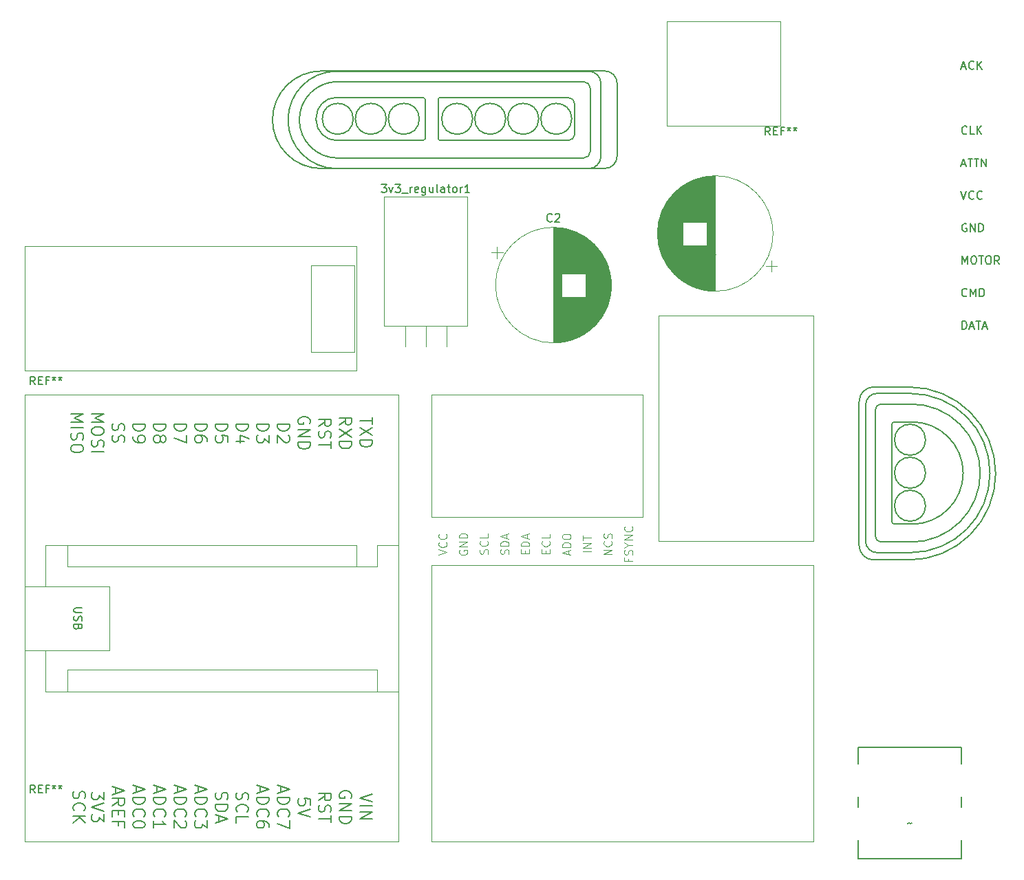
<source format=gbr>
%TF.GenerationSoftware,KiCad,Pcbnew,8.0.3*%
%TF.CreationDate,2024-06-28T16:27:34+02:00*%
%TF.ProjectId,multiradio,6d756c74-6972-4616-9469-6f2e6b696361,rev?*%
%TF.SameCoordinates,Original*%
%TF.FileFunction,Legend,Top*%
%TF.FilePolarity,Positive*%
%FSLAX46Y46*%
G04 Gerber Fmt 4.6, Leading zero omitted, Abs format (unit mm)*
G04 Created by KiCad (PCBNEW 8.0.3) date 2024-06-28 16:27:34*
%MOMM*%
%LPD*%
G01*
G04 APERTURE LIST*
%ADD10C,0.150000*%
%ADD11C,0.100000*%
%ADD12C,0.120000*%
%ADD13C,0.127000*%
%ADD14C,0.203200*%
G04 APERTURE END LIST*
D10*
X190384845Y-132367866D02*
X190432464Y-132320247D01*
X190432464Y-132320247D02*
X190527702Y-132272628D01*
X190527702Y-132272628D02*
X190718178Y-132367866D01*
X190718178Y-132367866D02*
X190813416Y-132320247D01*
X190813416Y-132320247D02*
X190861035Y-132272628D01*
X173418666Y-47562819D02*
X173085333Y-47086628D01*
X172847238Y-47562819D02*
X172847238Y-46562819D01*
X172847238Y-46562819D02*
X173228190Y-46562819D01*
X173228190Y-46562819D02*
X173323428Y-46610438D01*
X173323428Y-46610438D02*
X173371047Y-46658057D01*
X173371047Y-46658057D02*
X173418666Y-46753295D01*
X173418666Y-46753295D02*
X173418666Y-46896152D01*
X173418666Y-46896152D02*
X173371047Y-46991390D01*
X173371047Y-46991390D02*
X173323428Y-47039009D01*
X173323428Y-47039009D02*
X173228190Y-47086628D01*
X173228190Y-47086628D02*
X172847238Y-47086628D01*
X173847238Y-47039009D02*
X174180571Y-47039009D01*
X174323428Y-47562819D02*
X173847238Y-47562819D01*
X173847238Y-47562819D02*
X173847238Y-46562819D01*
X173847238Y-46562819D02*
X174323428Y-46562819D01*
X175085333Y-47039009D02*
X174752000Y-47039009D01*
X174752000Y-47562819D02*
X174752000Y-46562819D01*
X174752000Y-46562819D02*
X175228190Y-46562819D01*
X175752000Y-46562819D02*
X175752000Y-46800914D01*
X175513905Y-46705676D02*
X175752000Y-46800914D01*
X175752000Y-46800914D02*
X175990095Y-46705676D01*
X175609143Y-46991390D02*
X175752000Y-46800914D01*
X175752000Y-46800914D02*
X175894857Y-46991390D01*
X176513905Y-46562819D02*
X176513905Y-46800914D01*
X176275810Y-46705676D02*
X176513905Y-46800914D01*
X176513905Y-46800914D02*
X176752000Y-46705676D01*
X176371048Y-46991390D02*
X176513905Y-46800914D01*
X176513905Y-46800914D02*
X176656762Y-46991390D01*
X197634207Y-67366080D02*
X197586588Y-67413700D01*
X197586588Y-67413700D02*
X197443731Y-67461319D01*
X197443731Y-67461319D02*
X197348493Y-67461319D01*
X197348493Y-67461319D02*
X197205636Y-67413700D01*
X197205636Y-67413700D02*
X197110398Y-67318461D01*
X197110398Y-67318461D02*
X197062779Y-67223223D01*
X197062779Y-67223223D02*
X197015160Y-67032747D01*
X197015160Y-67032747D02*
X197015160Y-66889890D01*
X197015160Y-66889890D02*
X197062779Y-66699414D01*
X197062779Y-66699414D02*
X197110398Y-66604176D01*
X197110398Y-66604176D02*
X197205636Y-66508938D01*
X197205636Y-66508938D02*
X197348493Y-66461319D01*
X197348493Y-66461319D02*
X197443731Y-66461319D01*
X197443731Y-66461319D02*
X197586588Y-66508938D01*
X197586588Y-66508938D02*
X197634207Y-66556557D01*
X198062779Y-67461319D02*
X198062779Y-66461319D01*
X198062779Y-66461319D02*
X198396112Y-67175604D01*
X198396112Y-67175604D02*
X198729445Y-66461319D01*
X198729445Y-66461319D02*
X198729445Y-67461319D01*
X199205636Y-67461319D02*
X199205636Y-66461319D01*
X199205636Y-66461319D02*
X199443731Y-66461319D01*
X199443731Y-66461319D02*
X199586588Y-66508938D01*
X199586588Y-66508938D02*
X199681826Y-66604176D01*
X199681826Y-66604176D02*
X199729445Y-66699414D01*
X199729445Y-66699414D02*
X199777064Y-66889890D01*
X199777064Y-66889890D02*
X199777064Y-67032747D01*
X199777064Y-67032747D02*
X199729445Y-67223223D01*
X199729445Y-67223223D02*
X199681826Y-67318461D01*
X199681826Y-67318461D02*
X199586588Y-67413700D01*
X199586588Y-67413700D02*
X199443731Y-67461319D01*
X199443731Y-67461319D02*
X199205636Y-67461319D01*
X196919922Y-54461319D02*
X197253255Y-55461319D01*
X197253255Y-55461319D02*
X197586588Y-54461319D01*
X198491350Y-55366080D02*
X198443731Y-55413700D01*
X198443731Y-55413700D02*
X198300874Y-55461319D01*
X198300874Y-55461319D02*
X198205636Y-55461319D01*
X198205636Y-55461319D02*
X198062779Y-55413700D01*
X198062779Y-55413700D02*
X197967541Y-55318461D01*
X197967541Y-55318461D02*
X197919922Y-55223223D01*
X197919922Y-55223223D02*
X197872303Y-55032747D01*
X197872303Y-55032747D02*
X197872303Y-54889890D01*
X197872303Y-54889890D02*
X197919922Y-54699414D01*
X197919922Y-54699414D02*
X197967541Y-54604176D01*
X197967541Y-54604176D02*
X198062779Y-54508938D01*
X198062779Y-54508938D02*
X198205636Y-54461319D01*
X198205636Y-54461319D02*
X198300874Y-54461319D01*
X198300874Y-54461319D02*
X198443731Y-54508938D01*
X198443731Y-54508938D02*
X198491350Y-54556557D01*
X199491350Y-55366080D02*
X199443731Y-55413700D01*
X199443731Y-55413700D02*
X199300874Y-55461319D01*
X199300874Y-55461319D02*
X199205636Y-55461319D01*
X199205636Y-55461319D02*
X199062779Y-55413700D01*
X199062779Y-55413700D02*
X198967541Y-55318461D01*
X198967541Y-55318461D02*
X198919922Y-55223223D01*
X198919922Y-55223223D02*
X198872303Y-55032747D01*
X198872303Y-55032747D02*
X198872303Y-54889890D01*
X198872303Y-54889890D02*
X198919922Y-54699414D01*
X198919922Y-54699414D02*
X198967541Y-54604176D01*
X198967541Y-54604176D02*
X199062779Y-54508938D01*
X199062779Y-54508938D02*
X199205636Y-54461319D01*
X199205636Y-54461319D02*
X199300874Y-54461319D01*
X199300874Y-54461319D02*
X199443731Y-54508938D01*
X199443731Y-54508938D02*
X199491350Y-54556557D01*
X197062779Y-71461319D02*
X197062779Y-70461319D01*
X197062779Y-70461319D02*
X197300874Y-70461319D01*
X197300874Y-70461319D02*
X197443731Y-70508938D01*
X197443731Y-70508938D02*
X197538969Y-70604176D01*
X197538969Y-70604176D02*
X197586588Y-70699414D01*
X197586588Y-70699414D02*
X197634207Y-70889890D01*
X197634207Y-70889890D02*
X197634207Y-71032747D01*
X197634207Y-71032747D02*
X197586588Y-71223223D01*
X197586588Y-71223223D02*
X197538969Y-71318461D01*
X197538969Y-71318461D02*
X197443731Y-71413700D01*
X197443731Y-71413700D02*
X197300874Y-71461319D01*
X197300874Y-71461319D02*
X197062779Y-71461319D01*
X198015160Y-71175604D02*
X198491350Y-71175604D01*
X197919922Y-71461319D02*
X198253255Y-70461319D01*
X198253255Y-70461319D02*
X198586588Y-71461319D01*
X198777065Y-70461319D02*
X199348493Y-70461319D01*
X199062779Y-71461319D02*
X199062779Y-70461319D01*
X199634208Y-71175604D02*
X200110398Y-71175604D01*
X199538970Y-71461319D02*
X199872303Y-70461319D01*
X199872303Y-70461319D02*
X200205636Y-71461319D01*
X197015160Y-39175604D02*
X197491350Y-39175604D01*
X196919922Y-39461319D02*
X197253255Y-38461319D01*
X197253255Y-38461319D02*
X197586588Y-39461319D01*
X198491350Y-39366080D02*
X198443731Y-39413700D01*
X198443731Y-39413700D02*
X198300874Y-39461319D01*
X198300874Y-39461319D02*
X198205636Y-39461319D01*
X198205636Y-39461319D02*
X198062779Y-39413700D01*
X198062779Y-39413700D02*
X197967541Y-39318461D01*
X197967541Y-39318461D02*
X197919922Y-39223223D01*
X197919922Y-39223223D02*
X197872303Y-39032747D01*
X197872303Y-39032747D02*
X197872303Y-38889890D01*
X197872303Y-38889890D02*
X197919922Y-38699414D01*
X197919922Y-38699414D02*
X197967541Y-38604176D01*
X197967541Y-38604176D02*
X198062779Y-38508938D01*
X198062779Y-38508938D02*
X198205636Y-38461319D01*
X198205636Y-38461319D02*
X198300874Y-38461319D01*
X198300874Y-38461319D02*
X198443731Y-38508938D01*
X198443731Y-38508938D02*
X198491350Y-38556557D01*
X198919922Y-39461319D02*
X198919922Y-38461319D01*
X199491350Y-39461319D02*
X199062779Y-38889890D01*
X199491350Y-38461319D02*
X198919922Y-39032747D01*
X197015160Y-51175604D02*
X197491350Y-51175604D01*
X196919922Y-51461319D02*
X197253255Y-50461319D01*
X197253255Y-50461319D02*
X197586588Y-51461319D01*
X197777065Y-50461319D02*
X198348493Y-50461319D01*
X198062779Y-51461319D02*
X198062779Y-50461319D01*
X198538970Y-50461319D02*
X199110398Y-50461319D01*
X198824684Y-51461319D02*
X198824684Y-50461319D01*
X199443732Y-51461319D02*
X199443732Y-50461319D01*
X199443732Y-50461319D02*
X200015160Y-51461319D01*
X200015160Y-51461319D02*
X200015160Y-50461319D01*
X197586588Y-58508938D02*
X197491350Y-58461319D01*
X197491350Y-58461319D02*
X197348493Y-58461319D01*
X197348493Y-58461319D02*
X197205636Y-58508938D01*
X197205636Y-58508938D02*
X197110398Y-58604176D01*
X197110398Y-58604176D02*
X197062779Y-58699414D01*
X197062779Y-58699414D02*
X197015160Y-58889890D01*
X197015160Y-58889890D02*
X197015160Y-59032747D01*
X197015160Y-59032747D02*
X197062779Y-59223223D01*
X197062779Y-59223223D02*
X197110398Y-59318461D01*
X197110398Y-59318461D02*
X197205636Y-59413700D01*
X197205636Y-59413700D02*
X197348493Y-59461319D01*
X197348493Y-59461319D02*
X197443731Y-59461319D01*
X197443731Y-59461319D02*
X197586588Y-59413700D01*
X197586588Y-59413700D02*
X197634207Y-59366080D01*
X197634207Y-59366080D02*
X197634207Y-59032747D01*
X197634207Y-59032747D02*
X197443731Y-59032747D01*
X198062779Y-59461319D02*
X198062779Y-58461319D01*
X198062779Y-58461319D02*
X198634207Y-59461319D01*
X198634207Y-59461319D02*
X198634207Y-58461319D01*
X199110398Y-59461319D02*
X199110398Y-58461319D01*
X199110398Y-58461319D02*
X199348493Y-58461319D01*
X199348493Y-58461319D02*
X199491350Y-58508938D01*
X199491350Y-58508938D02*
X199586588Y-58604176D01*
X199586588Y-58604176D02*
X199634207Y-58699414D01*
X199634207Y-58699414D02*
X199681826Y-58889890D01*
X199681826Y-58889890D02*
X199681826Y-59032747D01*
X199681826Y-59032747D02*
X199634207Y-59223223D01*
X199634207Y-59223223D02*
X199586588Y-59318461D01*
X199586588Y-59318461D02*
X199491350Y-59413700D01*
X199491350Y-59413700D02*
X199348493Y-59461319D01*
X199348493Y-59461319D02*
X199110398Y-59461319D01*
X197634207Y-47366080D02*
X197586588Y-47413700D01*
X197586588Y-47413700D02*
X197443731Y-47461319D01*
X197443731Y-47461319D02*
X197348493Y-47461319D01*
X197348493Y-47461319D02*
X197205636Y-47413700D01*
X197205636Y-47413700D02*
X197110398Y-47318461D01*
X197110398Y-47318461D02*
X197062779Y-47223223D01*
X197062779Y-47223223D02*
X197015160Y-47032747D01*
X197015160Y-47032747D02*
X197015160Y-46889890D01*
X197015160Y-46889890D02*
X197062779Y-46699414D01*
X197062779Y-46699414D02*
X197110398Y-46604176D01*
X197110398Y-46604176D02*
X197205636Y-46508938D01*
X197205636Y-46508938D02*
X197348493Y-46461319D01*
X197348493Y-46461319D02*
X197443731Y-46461319D01*
X197443731Y-46461319D02*
X197586588Y-46508938D01*
X197586588Y-46508938D02*
X197634207Y-46556557D01*
X198538969Y-47461319D02*
X198062779Y-47461319D01*
X198062779Y-47461319D02*
X198062779Y-46461319D01*
X198872303Y-47461319D02*
X198872303Y-46461319D01*
X199443731Y-47461319D02*
X199015160Y-46889890D01*
X199443731Y-46461319D02*
X198872303Y-47032747D01*
X197062779Y-63461319D02*
X197062779Y-62461319D01*
X197062779Y-62461319D02*
X197396112Y-63175604D01*
X197396112Y-63175604D02*
X197729445Y-62461319D01*
X197729445Y-62461319D02*
X197729445Y-63461319D01*
X198396112Y-62461319D02*
X198586588Y-62461319D01*
X198586588Y-62461319D02*
X198681826Y-62508938D01*
X198681826Y-62508938D02*
X198777064Y-62604176D01*
X198777064Y-62604176D02*
X198824683Y-62794652D01*
X198824683Y-62794652D02*
X198824683Y-63127985D01*
X198824683Y-63127985D02*
X198777064Y-63318461D01*
X198777064Y-63318461D02*
X198681826Y-63413700D01*
X198681826Y-63413700D02*
X198586588Y-63461319D01*
X198586588Y-63461319D02*
X198396112Y-63461319D01*
X198396112Y-63461319D02*
X198300874Y-63413700D01*
X198300874Y-63413700D02*
X198205636Y-63318461D01*
X198205636Y-63318461D02*
X198158017Y-63127985D01*
X198158017Y-63127985D02*
X198158017Y-62794652D01*
X198158017Y-62794652D02*
X198205636Y-62604176D01*
X198205636Y-62604176D02*
X198300874Y-62508938D01*
X198300874Y-62508938D02*
X198396112Y-62461319D01*
X199110398Y-62461319D02*
X199681826Y-62461319D01*
X199396112Y-63461319D02*
X199396112Y-62461319D01*
X200205636Y-62461319D02*
X200396112Y-62461319D01*
X200396112Y-62461319D02*
X200491350Y-62508938D01*
X200491350Y-62508938D02*
X200586588Y-62604176D01*
X200586588Y-62604176D02*
X200634207Y-62794652D01*
X200634207Y-62794652D02*
X200634207Y-63127985D01*
X200634207Y-63127985D02*
X200586588Y-63318461D01*
X200586588Y-63318461D02*
X200491350Y-63413700D01*
X200491350Y-63413700D02*
X200396112Y-63461319D01*
X200396112Y-63461319D02*
X200205636Y-63461319D01*
X200205636Y-63461319D02*
X200110398Y-63413700D01*
X200110398Y-63413700D02*
X200015160Y-63318461D01*
X200015160Y-63318461D02*
X199967541Y-63127985D01*
X199967541Y-63127985D02*
X199967541Y-62794652D01*
X199967541Y-62794652D02*
X200015160Y-62604176D01*
X200015160Y-62604176D02*
X200110398Y-62508938D01*
X200110398Y-62508938D02*
X200205636Y-62461319D01*
X201634207Y-63461319D02*
X201300874Y-62985128D01*
X201062779Y-63461319D02*
X201062779Y-62461319D01*
X201062779Y-62461319D02*
X201443731Y-62461319D01*
X201443731Y-62461319D02*
X201538969Y-62508938D01*
X201538969Y-62508938D02*
X201586588Y-62556557D01*
X201586588Y-62556557D02*
X201634207Y-62651795D01*
X201634207Y-62651795D02*
X201634207Y-62794652D01*
X201634207Y-62794652D02*
X201586588Y-62889890D01*
X201586588Y-62889890D02*
X201538969Y-62937509D01*
X201538969Y-62937509D02*
X201443731Y-62985128D01*
X201443731Y-62985128D02*
X201062779Y-62985128D01*
X146605333Y-58149580D02*
X146557714Y-58197200D01*
X146557714Y-58197200D02*
X146414857Y-58244819D01*
X146414857Y-58244819D02*
X146319619Y-58244819D01*
X146319619Y-58244819D02*
X146176762Y-58197200D01*
X146176762Y-58197200D02*
X146081524Y-58101961D01*
X146081524Y-58101961D02*
X146033905Y-58006723D01*
X146033905Y-58006723D02*
X145986286Y-57816247D01*
X145986286Y-57816247D02*
X145986286Y-57673390D01*
X145986286Y-57673390D02*
X146033905Y-57482914D01*
X146033905Y-57482914D02*
X146081524Y-57387676D01*
X146081524Y-57387676D02*
X146176762Y-57292438D01*
X146176762Y-57292438D02*
X146319619Y-57244819D01*
X146319619Y-57244819D02*
X146414857Y-57244819D01*
X146414857Y-57244819D02*
X146557714Y-57292438D01*
X146557714Y-57292438D02*
X146605333Y-57340057D01*
X146986286Y-57340057D02*
X147033905Y-57292438D01*
X147033905Y-57292438D02*
X147129143Y-57244819D01*
X147129143Y-57244819D02*
X147367238Y-57244819D01*
X147367238Y-57244819D02*
X147462476Y-57292438D01*
X147462476Y-57292438D02*
X147510095Y-57340057D01*
X147510095Y-57340057D02*
X147557714Y-57435295D01*
X147557714Y-57435295D02*
X147557714Y-57530533D01*
X147557714Y-57530533D02*
X147510095Y-57673390D01*
X147510095Y-57673390D02*
X146938667Y-58244819D01*
X146938667Y-58244819D02*
X147557714Y-58244819D01*
X125611618Y-53636819D02*
X126230665Y-53636819D01*
X126230665Y-53636819D02*
X125897332Y-54017771D01*
X125897332Y-54017771D02*
X126040189Y-54017771D01*
X126040189Y-54017771D02*
X126135427Y-54065390D01*
X126135427Y-54065390D02*
X126183046Y-54113009D01*
X126183046Y-54113009D02*
X126230665Y-54208247D01*
X126230665Y-54208247D02*
X126230665Y-54446342D01*
X126230665Y-54446342D02*
X126183046Y-54541580D01*
X126183046Y-54541580D02*
X126135427Y-54589200D01*
X126135427Y-54589200D02*
X126040189Y-54636819D01*
X126040189Y-54636819D02*
X125754475Y-54636819D01*
X125754475Y-54636819D02*
X125659237Y-54589200D01*
X125659237Y-54589200D02*
X125611618Y-54541580D01*
X126563999Y-53970152D02*
X126802094Y-54636819D01*
X126802094Y-54636819D02*
X127040189Y-53970152D01*
X127325904Y-53636819D02*
X127944951Y-53636819D01*
X127944951Y-53636819D02*
X127611618Y-54017771D01*
X127611618Y-54017771D02*
X127754475Y-54017771D01*
X127754475Y-54017771D02*
X127849713Y-54065390D01*
X127849713Y-54065390D02*
X127897332Y-54113009D01*
X127897332Y-54113009D02*
X127944951Y-54208247D01*
X127944951Y-54208247D02*
X127944951Y-54446342D01*
X127944951Y-54446342D02*
X127897332Y-54541580D01*
X127897332Y-54541580D02*
X127849713Y-54589200D01*
X127849713Y-54589200D02*
X127754475Y-54636819D01*
X127754475Y-54636819D02*
X127468761Y-54636819D01*
X127468761Y-54636819D02*
X127373523Y-54589200D01*
X127373523Y-54589200D02*
X127325904Y-54541580D01*
X128135428Y-54732057D02*
X128897332Y-54732057D01*
X129135428Y-54636819D02*
X129135428Y-53970152D01*
X129135428Y-54160628D02*
X129183047Y-54065390D01*
X129183047Y-54065390D02*
X129230666Y-54017771D01*
X129230666Y-54017771D02*
X129325904Y-53970152D01*
X129325904Y-53970152D02*
X129421142Y-53970152D01*
X130135428Y-54589200D02*
X130040190Y-54636819D01*
X130040190Y-54636819D02*
X129849714Y-54636819D01*
X129849714Y-54636819D02*
X129754476Y-54589200D01*
X129754476Y-54589200D02*
X129706857Y-54493961D01*
X129706857Y-54493961D02*
X129706857Y-54113009D01*
X129706857Y-54113009D02*
X129754476Y-54017771D01*
X129754476Y-54017771D02*
X129849714Y-53970152D01*
X129849714Y-53970152D02*
X130040190Y-53970152D01*
X130040190Y-53970152D02*
X130135428Y-54017771D01*
X130135428Y-54017771D02*
X130183047Y-54113009D01*
X130183047Y-54113009D02*
X130183047Y-54208247D01*
X130183047Y-54208247D02*
X129706857Y-54303485D01*
X131040190Y-53970152D02*
X131040190Y-54779676D01*
X131040190Y-54779676D02*
X130992571Y-54874914D01*
X130992571Y-54874914D02*
X130944952Y-54922533D01*
X130944952Y-54922533D02*
X130849714Y-54970152D01*
X130849714Y-54970152D02*
X130706857Y-54970152D01*
X130706857Y-54970152D02*
X130611619Y-54922533D01*
X131040190Y-54589200D02*
X130944952Y-54636819D01*
X130944952Y-54636819D02*
X130754476Y-54636819D01*
X130754476Y-54636819D02*
X130659238Y-54589200D01*
X130659238Y-54589200D02*
X130611619Y-54541580D01*
X130611619Y-54541580D02*
X130564000Y-54446342D01*
X130564000Y-54446342D02*
X130564000Y-54160628D01*
X130564000Y-54160628D02*
X130611619Y-54065390D01*
X130611619Y-54065390D02*
X130659238Y-54017771D01*
X130659238Y-54017771D02*
X130754476Y-53970152D01*
X130754476Y-53970152D02*
X130944952Y-53970152D01*
X130944952Y-53970152D02*
X131040190Y-54017771D01*
X131944952Y-53970152D02*
X131944952Y-54636819D01*
X131516381Y-53970152D02*
X131516381Y-54493961D01*
X131516381Y-54493961D02*
X131564000Y-54589200D01*
X131564000Y-54589200D02*
X131659238Y-54636819D01*
X131659238Y-54636819D02*
X131802095Y-54636819D01*
X131802095Y-54636819D02*
X131897333Y-54589200D01*
X131897333Y-54589200D02*
X131944952Y-54541580D01*
X132564000Y-54636819D02*
X132468762Y-54589200D01*
X132468762Y-54589200D02*
X132421143Y-54493961D01*
X132421143Y-54493961D02*
X132421143Y-53636819D01*
X133373524Y-54636819D02*
X133373524Y-54113009D01*
X133373524Y-54113009D02*
X133325905Y-54017771D01*
X133325905Y-54017771D02*
X133230667Y-53970152D01*
X133230667Y-53970152D02*
X133040191Y-53970152D01*
X133040191Y-53970152D02*
X132944953Y-54017771D01*
X133373524Y-54589200D02*
X133278286Y-54636819D01*
X133278286Y-54636819D02*
X133040191Y-54636819D01*
X133040191Y-54636819D02*
X132944953Y-54589200D01*
X132944953Y-54589200D02*
X132897334Y-54493961D01*
X132897334Y-54493961D02*
X132897334Y-54398723D01*
X132897334Y-54398723D02*
X132944953Y-54303485D01*
X132944953Y-54303485D02*
X133040191Y-54255866D01*
X133040191Y-54255866D02*
X133278286Y-54255866D01*
X133278286Y-54255866D02*
X133373524Y-54208247D01*
X133706858Y-53970152D02*
X134087810Y-53970152D01*
X133849715Y-53636819D02*
X133849715Y-54493961D01*
X133849715Y-54493961D02*
X133897334Y-54589200D01*
X133897334Y-54589200D02*
X133992572Y-54636819D01*
X133992572Y-54636819D02*
X134087810Y-54636819D01*
X134564001Y-54636819D02*
X134468763Y-54589200D01*
X134468763Y-54589200D02*
X134421144Y-54541580D01*
X134421144Y-54541580D02*
X134373525Y-54446342D01*
X134373525Y-54446342D02*
X134373525Y-54160628D01*
X134373525Y-54160628D02*
X134421144Y-54065390D01*
X134421144Y-54065390D02*
X134468763Y-54017771D01*
X134468763Y-54017771D02*
X134564001Y-53970152D01*
X134564001Y-53970152D02*
X134706858Y-53970152D01*
X134706858Y-53970152D02*
X134802096Y-54017771D01*
X134802096Y-54017771D02*
X134849715Y-54065390D01*
X134849715Y-54065390D02*
X134897334Y-54160628D01*
X134897334Y-54160628D02*
X134897334Y-54446342D01*
X134897334Y-54446342D02*
X134849715Y-54541580D01*
X134849715Y-54541580D02*
X134802096Y-54589200D01*
X134802096Y-54589200D02*
X134706858Y-54636819D01*
X134706858Y-54636819D02*
X134564001Y-54636819D01*
X135325906Y-54636819D02*
X135325906Y-53970152D01*
X135325906Y-54160628D02*
X135373525Y-54065390D01*
X135373525Y-54065390D02*
X135421144Y-54017771D01*
X135421144Y-54017771D02*
X135516382Y-53970152D01*
X135516382Y-53970152D02*
X135611620Y-53970152D01*
X136468763Y-54636819D02*
X135897335Y-54636819D01*
X136183049Y-54636819D02*
X136183049Y-53636819D01*
X136183049Y-53636819D02*
X136087811Y-53779676D01*
X136087811Y-53779676D02*
X135992573Y-53874914D01*
X135992573Y-53874914D02*
X135897335Y-53922533D01*
D11*
X153961419Y-99207115D02*
X152961419Y-99207115D01*
X152961419Y-99207115D02*
X153961419Y-98635687D01*
X153961419Y-98635687D02*
X152961419Y-98635687D01*
X153866180Y-97588068D02*
X153913800Y-97635687D01*
X153913800Y-97635687D02*
X153961419Y-97778544D01*
X153961419Y-97778544D02*
X153961419Y-97873782D01*
X153961419Y-97873782D02*
X153913800Y-98016639D01*
X153913800Y-98016639D02*
X153818561Y-98111877D01*
X153818561Y-98111877D02*
X153723323Y-98159496D01*
X153723323Y-98159496D02*
X153532847Y-98207115D01*
X153532847Y-98207115D02*
X153389990Y-98207115D01*
X153389990Y-98207115D02*
X153199514Y-98159496D01*
X153199514Y-98159496D02*
X153104276Y-98111877D01*
X153104276Y-98111877D02*
X153009038Y-98016639D01*
X153009038Y-98016639D02*
X152961419Y-97873782D01*
X152961419Y-97873782D02*
X152961419Y-97778544D01*
X152961419Y-97778544D02*
X153009038Y-97635687D01*
X153009038Y-97635687D02*
X153056657Y-97588068D01*
X153913800Y-97207115D02*
X153961419Y-97064258D01*
X153961419Y-97064258D02*
X153961419Y-96826163D01*
X153961419Y-96826163D02*
X153913800Y-96730925D01*
X153913800Y-96730925D02*
X153866180Y-96683306D01*
X153866180Y-96683306D02*
X153770942Y-96635687D01*
X153770942Y-96635687D02*
X153675704Y-96635687D01*
X153675704Y-96635687D02*
X153580466Y-96683306D01*
X153580466Y-96683306D02*
X153532847Y-96730925D01*
X153532847Y-96730925D02*
X153485228Y-96826163D01*
X153485228Y-96826163D02*
X153437609Y-97016639D01*
X153437609Y-97016639D02*
X153389990Y-97111877D01*
X153389990Y-97111877D02*
X153342371Y-97159496D01*
X153342371Y-97159496D02*
X153247133Y-97207115D01*
X153247133Y-97207115D02*
X153151895Y-97207115D01*
X153151895Y-97207115D02*
X153056657Y-97159496D01*
X153056657Y-97159496D02*
X153009038Y-97111877D01*
X153009038Y-97111877D02*
X152961419Y-97016639D01*
X152961419Y-97016639D02*
X152961419Y-96778544D01*
X152961419Y-96778544D02*
X153009038Y-96635687D01*
X145817609Y-99064258D02*
X145817609Y-98730925D01*
X146341419Y-98588068D02*
X146341419Y-99064258D01*
X146341419Y-99064258D02*
X145341419Y-99064258D01*
X145341419Y-99064258D02*
X145341419Y-98588068D01*
X146246180Y-97588068D02*
X146293800Y-97635687D01*
X146293800Y-97635687D02*
X146341419Y-97778544D01*
X146341419Y-97778544D02*
X146341419Y-97873782D01*
X146341419Y-97873782D02*
X146293800Y-98016639D01*
X146293800Y-98016639D02*
X146198561Y-98111877D01*
X146198561Y-98111877D02*
X146103323Y-98159496D01*
X146103323Y-98159496D02*
X145912847Y-98207115D01*
X145912847Y-98207115D02*
X145769990Y-98207115D01*
X145769990Y-98207115D02*
X145579514Y-98159496D01*
X145579514Y-98159496D02*
X145484276Y-98111877D01*
X145484276Y-98111877D02*
X145389038Y-98016639D01*
X145389038Y-98016639D02*
X145341419Y-97873782D01*
X145341419Y-97873782D02*
X145341419Y-97778544D01*
X145341419Y-97778544D02*
X145389038Y-97635687D01*
X145389038Y-97635687D02*
X145436657Y-97588068D01*
X146341419Y-96683306D02*
X146341419Y-97159496D01*
X146341419Y-97159496D02*
X145341419Y-97159496D01*
X135229038Y-98707115D02*
X135181419Y-98802353D01*
X135181419Y-98802353D02*
X135181419Y-98945210D01*
X135181419Y-98945210D02*
X135229038Y-99088067D01*
X135229038Y-99088067D02*
X135324276Y-99183305D01*
X135324276Y-99183305D02*
X135419514Y-99230924D01*
X135419514Y-99230924D02*
X135609990Y-99278543D01*
X135609990Y-99278543D02*
X135752847Y-99278543D01*
X135752847Y-99278543D02*
X135943323Y-99230924D01*
X135943323Y-99230924D02*
X136038561Y-99183305D01*
X136038561Y-99183305D02*
X136133800Y-99088067D01*
X136133800Y-99088067D02*
X136181419Y-98945210D01*
X136181419Y-98945210D02*
X136181419Y-98849972D01*
X136181419Y-98849972D02*
X136133800Y-98707115D01*
X136133800Y-98707115D02*
X136086180Y-98659496D01*
X136086180Y-98659496D02*
X135752847Y-98659496D01*
X135752847Y-98659496D02*
X135752847Y-98849972D01*
X136181419Y-98230924D02*
X135181419Y-98230924D01*
X135181419Y-98230924D02*
X136181419Y-97659496D01*
X136181419Y-97659496D02*
X135181419Y-97659496D01*
X136181419Y-97183305D02*
X135181419Y-97183305D01*
X135181419Y-97183305D02*
X135181419Y-96945210D01*
X135181419Y-96945210D02*
X135229038Y-96802353D01*
X135229038Y-96802353D02*
X135324276Y-96707115D01*
X135324276Y-96707115D02*
X135419514Y-96659496D01*
X135419514Y-96659496D02*
X135609990Y-96611877D01*
X135609990Y-96611877D02*
X135752847Y-96611877D01*
X135752847Y-96611877D02*
X135943323Y-96659496D01*
X135943323Y-96659496D02*
X136038561Y-96707115D01*
X136038561Y-96707115D02*
X136133800Y-96802353D01*
X136133800Y-96802353D02*
X136181419Y-96945210D01*
X136181419Y-96945210D02*
X136181419Y-97183305D01*
X151421419Y-98849972D02*
X150421419Y-98849972D01*
X151421419Y-98373782D02*
X150421419Y-98373782D01*
X150421419Y-98373782D02*
X151421419Y-97802354D01*
X151421419Y-97802354D02*
X150421419Y-97802354D01*
X150421419Y-97469020D02*
X150421419Y-96897592D01*
X151421419Y-97183306D02*
X150421419Y-97183306D01*
X138673800Y-99135686D02*
X138721419Y-98992829D01*
X138721419Y-98992829D02*
X138721419Y-98754734D01*
X138721419Y-98754734D02*
X138673800Y-98659496D01*
X138673800Y-98659496D02*
X138626180Y-98611877D01*
X138626180Y-98611877D02*
X138530942Y-98564258D01*
X138530942Y-98564258D02*
X138435704Y-98564258D01*
X138435704Y-98564258D02*
X138340466Y-98611877D01*
X138340466Y-98611877D02*
X138292847Y-98659496D01*
X138292847Y-98659496D02*
X138245228Y-98754734D01*
X138245228Y-98754734D02*
X138197609Y-98945210D01*
X138197609Y-98945210D02*
X138149990Y-99040448D01*
X138149990Y-99040448D02*
X138102371Y-99088067D01*
X138102371Y-99088067D02*
X138007133Y-99135686D01*
X138007133Y-99135686D02*
X137911895Y-99135686D01*
X137911895Y-99135686D02*
X137816657Y-99088067D01*
X137816657Y-99088067D02*
X137769038Y-99040448D01*
X137769038Y-99040448D02*
X137721419Y-98945210D01*
X137721419Y-98945210D02*
X137721419Y-98707115D01*
X137721419Y-98707115D02*
X137769038Y-98564258D01*
X138626180Y-97564258D02*
X138673800Y-97611877D01*
X138673800Y-97611877D02*
X138721419Y-97754734D01*
X138721419Y-97754734D02*
X138721419Y-97849972D01*
X138721419Y-97849972D02*
X138673800Y-97992829D01*
X138673800Y-97992829D02*
X138578561Y-98088067D01*
X138578561Y-98088067D02*
X138483323Y-98135686D01*
X138483323Y-98135686D02*
X138292847Y-98183305D01*
X138292847Y-98183305D02*
X138149990Y-98183305D01*
X138149990Y-98183305D02*
X137959514Y-98135686D01*
X137959514Y-98135686D02*
X137864276Y-98088067D01*
X137864276Y-98088067D02*
X137769038Y-97992829D01*
X137769038Y-97992829D02*
X137721419Y-97849972D01*
X137721419Y-97849972D02*
X137721419Y-97754734D01*
X137721419Y-97754734D02*
X137769038Y-97611877D01*
X137769038Y-97611877D02*
X137816657Y-97564258D01*
X138721419Y-96659496D02*
X138721419Y-97135686D01*
X138721419Y-97135686D02*
X137721419Y-97135686D01*
X148595704Y-99207115D02*
X148595704Y-98730925D01*
X148881419Y-99302353D02*
X147881419Y-98969020D01*
X147881419Y-98969020D02*
X148881419Y-98635687D01*
X148881419Y-98302353D02*
X147881419Y-98302353D01*
X147881419Y-98302353D02*
X147881419Y-98064258D01*
X147881419Y-98064258D02*
X147929038Y-97921401D01*
X147929038Y-97921401D02*
X148024276Y-97826163D01*
X148024276Y-97826163D02*
X148119514Y-97778544D01*
X148119514Y-97778544D02*
X148309990Y-97730925D01*
X148309990Y-97730925D02*
X148452847Y-97730925D01*
X148452847Y-97730925D02*
X148643323Y-97778544D01*
X148643323Y-97778544D02*
X148738561Y-97826163D01*
X148738561Y-97826163D02*
X148833800Y-97921401D01*
X148833800Y-97921401D02*
X148881419Y-98064258D01*
X148881419Y-98064258D02*
X148881419Y-98302353D01*
X147881419Y-97111877D02*
X147881419Y-96921401D01*
X147881419Y-96921401D02*
X147929038Y-96826163D01*
X147929038Y-96826163D02*
X148024276Y-96730925D01*
X148024276Y-96730925D02*
X148214752Y-96683306D01*
X148214752Y-96683306D02*
X148548085Y-96683306D01*
X148548085Y-96683306D02*
X148738561Y-96730925D01*
X148738561Y-96730925D02*
X148833800Y-96826163D01*
X148833800Y-96826163D02*
X148881419Y-96921401D01*
X148881419Y-96921401D02*
X148881419Y-97111877D01*
X148881419Y-97111877D02*
X148833800Y-97207115D01*
X148833800Y-97207115D02*
X148738561Y-97302353D01*
X148738561Y-97302353D02*
X148548085Y-97349972D01*
X148548085Y-97349972D02*
X148214752Y-97349972D01*
X148214752Y-97349972D02*
X148024276Y-97302353D01*
X148024276Y-97302353D02*
X147929038Y-97207115D01*
X147929038Y-97207115D02*
X147881419Y-97111877D01*
X141213800Y-99159496D02*
X141261419Y-99016639D01*
X141261419Y-99016639D02*
X141261419Y-98778544D01*
X141261419Y-98778544D02*
X141213800Y-98683306D01*
X141213800Y-98683306D02*
X141166180Y-98635687D01*
X141166180Y-98635687D02*
X141070942Y-98588068D01*
X141070942Y-98588068D02*
X140975704Y-98588068D01*
X140975704Y-98588068D02*
X140880466Y-98635687D01*
X140880466Y-98635687D02*
X140832847Y-98683306D01*
X140832847Y-98683306D02*
X140785228Y-98778544D01*
X140785228Y-98778544D02*
X140737609Y-98969020D01*
X140737609Y-98969020D02*
X140689990Y-99064258D01*
X140689990Y-99064258D02*
X140642371Y-99111877D01*
X140642371Y-99111877D02*
X140547133Y-99159496D01*
X140547133Y-99159496D02*
X140451895Y-99159496D01*
X140451895Y-99159496D02*
X140356657Y-99111877D01*
X140356657Y-99111877D02*
X140309038Y-99064258D01*
X140309038Y-99064258D02*
X140261419Y-98969020D01*
X140261419Y-98969020D02*
X140261419Y-98730925D01*
X140261419Y-98730925D02*
X140309038Y-98588068D01*
X141261419Y-98159496D02*
X140261419Y-98159496D01*
X140261419Y-98159496D02*
X140261419Y-97921401D01*
X140261419Y-97921401D02*
X140309038Y-97778544D01*
X140309038Y-97778544D02*
X140404276Y-97683306D01*
X140404276Y-97683306D02*
X140499514Y-97635687D01*
X140499514Y-97635687D02*
X140689990Y-97588068D01*
X140689990Y-97588068D02*
X140832847Y-97588068D01*
X140832847Y-97588068D02*
X141023323Y-97635687D01*
X141023323Y-97635687D02*
X141118561Y-97683306D01*
X141118561Y-97683306D02*
X141213800Y-97778544D01*
X141213800Y-97778544D02*
X141261419Y-97921401D01*
X141261419Y-97921401D02*
X141261419Y-98159496D01*
X140975704Y-97207115D02*
X140975704Y-96730925D01*
X141261419Y-97302353D02*
X140261419Y-96969020D01*
X140261419Y-96969020D02*
X141261419Y-96635687D01*
X155977609Y-99730925D02*
X155977609Y-100064258D01*
X156501419Y-100064258D02*
X155501419Y-100064258D01*
X155501419Y-100064258D02*
X155501419Y-99588068D01*
X156453800Y-99254734D02*
X156501419Y-99111877D01*
X156501419Y-99111877D02*
X156501419Y-98873782D01*
X156501419Y-98873782D02*
X156453800Y-98778544D01*
X156453800Y-98778544D02*
X156406180Y-98730925D01*
X156406180Y-98730925D02*
X156310942Y-98683306D01*
X156310942Y-98683306D02*
X156215704Y-98683306D01*
X156215704Y-98683306D02*
X156120466Y-98730925D01*
X156120466Y-98730925D02*
X156072847Y-98778544D01*
X156072847Y-98778544D02*
X156025228Y-98873782D01*
X156025228Y-98873782D02*
X155977609Y-99064258D01*
X155977609Y-99064258D02*
X155929990Y-99159496D01*
X155929990Y-99159496D02*
X155882371Y-99207115D01*
X155882371Y-99207115D02*
X155787133Y-99254734D01*
X155787133Y-99254734D02*
X155691895Y-99254734D01*
X155691895Y-99254734D02*
X155596657Y-99207115D01*
X155596657Y-99207115D02*
X155549038Y-99159496D01*
X155549038Y-99159496D02*
X155501419Y-99064258D01*
X155501419Y-99064258D02*
X155501419Y-98826163D01*
X155501419Y-98826163D02*
X155549038Y-98683306D01*
X156025228Y-98064258D02*
X156501419Y-98064258D01*
X155501419Y-98397591D02*
X156025228Y-98064258D01*
X156025228Y-98064258D02*
X155501419Y-97730925D01*
X156501419Y-97397591D02*
X155501419Y-97397591D01*
X155501419Y-97397591D02*
X156501419Y-96826163D01*
X156501419Y-96826163D02*
X155501419Y-96826163D01*
X156406180Y-95778544D02*
X156453800Y-95826163D01*
X156453800Y-95826163D02*
X156501419Y-95969020D01*
X156501419Y-95969020D02*
X156501419Y-96064258D01*
X156501419Y-96064258D02*
X156453800Y-96207115D01*
X156453800Y-96207115D02*
X156358561Y-96302353D01*
X156358561Y-96302353D02*
X156263323Y-96349972D01*
X156263323Y-96349972D02*
X156072847Y-96397591D01*
X156072847Y-96397591D02*
X155929990Y-96397591D01*
X155929990Y-96397591D02*
X155739514Y-96349972D01*
X155739514Y-96349972D02*
X155644276Y-96302353D01*
X155644276Y-96302353D02*
X155549038Y-96207115D01*
X155549038Y-96207115D02*
X155501419Y-96064258D01*
X155501419Y-96064258D02*
X155501419Y-95969020D01*
X155501419Y-95969020D02*
X155549038Y-95826163D01*
X155549038Y-95826163D02*
X155596657Y-95778544D01*
X132641419Y-99278543D02*
X133641419Y-98945210D01*
X133641419Y-98945210D02*
X132641419Y-98611877D01*
X133546180Y-97707115D02*
X133593800Y-97754734D01*
X133593800Y-97754734D02*
X133641419Y-97897591D01*
X133641419Y-97897591D02*
X133641419Y-97992829D01*
X133641419Y-97992829D02*
X133593800Y-98135686D01*
X133593800Y-98135686D02*
X133498561Y-98230924D01*
X133498561Y-98230924D02*
X133403323Y-98278543D01*
X133403323Y-98278543D02*
X133212847Y-98326162D01*
X133212847Y-98326162D02*
X133069990Y-98326162D01*
X133069990Y-98326162D02*
X132879514Y-98278543D01*
X132879514Y-98278543D02*
X132784276Y-98230924D01*
X132784276Y-98230924D02*
X132689038Y-98135686D01*
X132689038Y-98135686D02*
X132641419Y-97992829D01*
X132641419Y-97992829D02*
X132641419Y-97897591D01*
X132641419Y-97897591D02*
X132689038Y-97754734D01*
X132689038Y-97754734D02*
X132736657Y-97707115D01*
X133546180Y-96707115D02*
X133593800Y-96754734D01*
X133593800Y-96754734D02*
X133641419Y-96897591D01*
X133641419Y-96897591D02*
X133641419Y-96992829D01*
X133641419Y-96992829D02*
X133593800Y-97135686D01*
X133593800Y-97135686D02*
X133498561Y-97230924D01*
X133498561Y-97230924D02*
X133403323Y-97278543D01*
X133403323Y-97278543D02*
X133212847Y-97326162D01*
X133212847Y-97326162D02*
X133069990Y-97326162D01*
X133069990Y-97326162D02*
X132879514Y-97278543D01*
X132879514Y-97278543D02*
X132784276Y-97230924D01*
X132784276Y-97230924D02*
X132689038Y-97135686D01*
X132689038Y-97135686D02*
X132641419Y-96992829D01*
X132641419Y-96992829D02*
X132641419Y-96897591D01*
X132641419Y-96897591D02*
X132689038Y-96754734D01*
X132689038Y-96754734D02*
X132736657Y-96707115D01*
X143277609Y-99088067D02*
X143277609Y-98754734D01*
X143801419Y-98611877D02*
X143801419Y-99088067D01*
X143801419Y-99088067D02*
X142801419Y-99088067D01*
X142801419Y-99088067D02*
X142801419Y-98611877D01*
X143801419Y-98183305D02*
X142801419Y-98183305D01*
X142801419Y-98183305D02*
X142801419Y-97945210D01*
X142801419Y-97945210D02*
X142849038Y-97802353D01*
X142849038Y-97802353D02*
X142944276Y-97707115D01*
X142944276Y-97707115D02*
X143039514Y-97659496D01*
X143039514Y-97659496D02*
X143229990Y-97611877D01*
X143229990Y-97611877D02*
X143372847Y-97611877D01*
X143372847Y-97611877D02*
X143563323Y-97659496D01*
X143563323Y-97659496D02*
X143658561Y-97707115D01*
X143658561Y-97707115D02*
X143753800Y-97802353D01*
X143753800Y-97802353D02*
X143801419Y-97945210D01*
X143801419Y-97945210D02*
X143801419Y-98183305D01*
X143515704Y-97230924D02*
X143515704Y-96754734D01*
X143801419Y-97326162D02*
X142801419Y-96992829D01*
X142801419Y-96992829D02*
X143801419Y-96659496D01*
D10*
X82994666Y-128588819D02*
X82661333Y-128112628D01*
X82423238Y-128588819D02*
X82423238Y-127588819D01*
X82423238Y-127588819D02*
X82804190Y-127588819D01*
X82804190Y-127588819D02*
X82899428Y-127636438D01*
X82899428Y-127636438D02*
X82947047Y-127684057D01*
X82947047Y-127684057D02*
X82994666Y-127779295D01*
X82994666Y-127779295D02*
X82994666Y-127922152D01*
X82994666Y-127922152D02*
X82947047Y-128017390D01*
X82947047Y-128017390D02*
X82899428Y-128065009D01*
X82899428Y-128065009D02*
X82804190Y-128112628D01*
X82804190Y-128112628D02*
X82423238Y-128112628D01*
X83423238Y-128065009D02*
X83756571Y-128065009D01*
X83899428Y-128588819D02*
X83423238Y-128588819D01*
X83423238Y-128588819D02*
X83423238Y-127588819D01*
X83423238Y-127588819D02*
X83899428Y-127588819D01*
X84661333Y-128065009D02*
X84328000Y-128065009D01*
X84328000Y-128588819D02*
X84328000Y-127588819D01*
X84328000Y-127588819D02*
X84804190Y-127588819D01*
X85328000Y-127588819D02*
X85328000Y-127826914D01*
X85089905Y-127731676D02*
X85328000Y-127826914D01*
X85328000Y-127826914D02*
X85566095Y-127731676D01*
X85185143Y-128017390D02*
X85328000Y-127826914D01*
X85328000Y-127826914D02*
X85470857Y-128017390D01*
X86089905Y-127588819D02*
X86089905Y-127826914D01*
X85851810Y-127731676D02*
X86089905Y-127826914D01*
X86089905Y-127826914D02*
X86328000Y-127731676D01*
X85947048Y-128017390D02*
X86089905Y-127826914D01*
X86089905Y-127826914D02*
X86232762Y-128017390D01*
X165747062Y-62203580D02*
X165699443Y-62251200D01*
X165699443Y-62251200D02*
X165556586Y-62298819D01*
X165556586Y-62298819D02*
X165461348Y-62298819D01*
X165461348Y-62298819D02*
X165318491Y-62251200D01*
X165318491Y-62251200D02*
X165223253Y-62155961D01*
X165223253Y-62155961D02*
X165175634Y-62060723D01*
X165175634Y-62060723D02*
X165128015Y-61870247D01*
X165128015Y-61870247D02*
X165128015Y-61727390D01*
X165128015Y-61727390D02*
X165175634Y-61536914D01*
X165175634Y-61536914D02*
X165223253Y-61441676D01*
X165223253Y-61441676D02*
X165318491Y-61346438D01*
X165318491Y-61346438D02*
X165461348Y-61298819D01*
X165461348Y-61298819D02*
X165556586Y-61298819D01*
X165556586Y-61298819D02*
X165699443Y-61346438D01*
X165699443Y-61346438D02*
X165747062Y-61394057D01*
X166699443Y-62298819D02*
X166128015Y-62298819D01*
X166413729Y-62298819D02*
X166413729Y-61298819D01*
X166413729Y-61298819D02*
X166318491Y-61441676D01*
X166318491Y-61441676D02*
X166223253Y-61536914D01*
X166223253Y-61536914D02*
X166128015Y-61584533D01*
X82994666Y-78296819D02*
X82661333Y-77820628D01*
X82423238Y-78296819D02*
X82423238Y-77296819D01*
X82423238Y-77296819D02*
X82804190Y-77296819D01*
X82804190Y-77296819D02*
X82899428Y-77344438D01*
X82899428Y-77344438D02*
X82947047Y-77392057D01*
X82947047Y-77392057D02*
X82994666Y-77487295D01*
X82994666Y-77487295D02*
X82994666Y-77630152D01*
X82994666Y-77630152D02*
X82947047Y-77725390D01*
X82947047Y-77725390D02*
X82899428Y-77773009D01*
X82899428Y-77773009D02*
X82804190Y-77820628D01*
X82804190Y-77820628D02*
X82423238Y-77820628D01*
X83423238Y-77773009D02*
X83756571Y-77773009D01*
X83899428Y-78296819D02*
X83423238Y-78296819D01*
X83423238Y-78296819D02*
X83423238Y-77296819D01*
X83423238Y-77296819D02*
X83899428Y-77296819D01*
X84661333Y-77773009D02*
X84328000Y-77773009D01*
X84328000Y-78296819D02*
X84328000Y-77296819D01*
X84328000Y-77296819D02*
X84804190Y-77296819D01*
X85328000Y-77296819D02*
X85328000Y-77534914D01*
X85089905Y-77439676D02*
X85328000Y-77534914D01*
X85328000Y-77534914D02*
X85566095Y-77439676D01*
X85185143Y-77725390D02*
X85328000Y-77534914D01*
X85328000Y-77534914D02*
X85470857Y-77725390D01*
X86089905Y-77296819D02*
X86089905Y-77534914D01*
X85851810Y-77439676D02*
X86089905Y-77534914D01*
X86089905Y-77534914D02*
X86328000Y-77439676D01*
X85947048Y-77725390D02*
X86089905Y-77534914D01*
X86089905Y-77534914D02*
X86232762Y-77725390D01*
X87737800Y-128412255D02*
X87666371Y-128626541D01*
X87666371Y-128626541D02*
X87666371Y-128983683D01*
X87666371Y-128983683D02*
X87737800Y-129126541D01*
X87737800Y-129126541D02*
X87809228Y-129197969D01*
X87809228Y-129197969D02*
X87952085Y-129269398D01*
X87952085Y-129269398D02*
X88094942Y-129269398D01*
X88094942Y-129269398D02*
X88237800Y-129197969D01*
X88237800Y-129197969D02*
X88309228Y-129126541D01*
X88309228Y-129126541D02*
X88380657Y-128983683D01*
X88380657Y-128983683D02*
X88452085Y-128697969D01*
X88452085Y-128697969D02*
X88523514Y-128555112D01*
X88523514Y-128555112D02*
X88594942Y-128483683D01*
X88594942Y-128483683D02*
X88737800Y-128412255D01*
X88737800Y-128412255D02*
X88880657Y-128412255D01*
X88880657Y-128412255D02*
X89023514Y-128483683D01*
X89023514Y-128483683D02*
X89094942Y-128555112D01*
X89094942Y-128555112D02*
X89166371Y-128697969D01*
X89166371Y-128697969D02*
X89166371Y-129055112D01*
X89166371Y-129055112D02*
X89094942Y-129269398D01*
X87809228Y-130769397D02*
X87737800Y-130697969D01*
X87737800Y-130697969D02*
X87666371Y-130483683D01*
X87666371Y-130483683D02*
X87666371Y-130340826D01*
X87666371Y-130340826D02*
X87737800Y-130126540D01*
X87737800Y-130126540D02*
X87880657Y-129983683D01*
X87880657Y-129983683D02*
X88023514Y-129912254D01*
X88023514Y-129912254D02*
X88309228Y-129840826D01*
X88309228Y-129840826D02*
X88523514Y-129840826D01*
X88523514Y-129840826D02*
X88809228Y-129912254D01*
X88809228Y-129912254D02*
X88952085Y-129983683D01*
X88952085Y-129983683D02*
X89094942Y-130126540D01*
X89094942Y-130126540D02*
X89166371Y-130340826D01*
X89166371Y-130340826D02*
X89166371Y-130483683D01*
X89166371Y-130483683D02*
X89094942Y-130697969D01*
X89094942Y-130697969D02*
X89023514Y-130769397D01*
X87666371Y-131412254D02*
X89166371Y-131412254D01*
X87666371Y-132269397D02*
X88523514Y-131626540D01*
X89166371Y-132269397D02*
X88309228Y-131412254D01*
X98000942Y-127769398D02*
X98000942Y-128483684D01*
X97572371Y-127626541D02*
X99072371Y-128126541D01*
X99072371Y-128126541D02*
X97572371Y-128626541D01*
X97572371Y-129126540D02*
X99072371Y-129126540D01*
X99072371Y-129126540D02*
X99072371Y-129483683D01*
X99072371Y-129483683D02*
X99000942Y-129697969D01*
X99000942Y-129697969D02*
X98858085Y-129840826D01*
X98858085Y-129840826D02*
X98715228Y-129912255D01*
X98715228Y-129912255D02*
X98429514Y-129983683D01*
X98429514Y-129983683D02*
X98215228Y-129983683D01*
X98215228Y-129983683D02*
X97929514Y-129912255D01*
X97929514Y-129912255D02*
X97786657Y-129840826D01*
X97786657Y-129840826D02*
X97643800Y-129697969D01*
X97643800Y-129697969D02*
X97572371Y-129483683D01*
X97572371Y-129483683D02*
X97572371Y-129126540D01*
X97715228Y-131483683D02*
X97643800Y-131412255D01*
X97643800Y-131412255D02*
X97572371Y-131197969D01*
X97572371Y-131197969D02*
X97572371Y-131055112D01*
X97572371Y-131055112D02*
X97643800Y-130840826D01*
X97643800Y-130840826D02*
X97786657Y-130697969D01*
X97786657Y-130697969D02*
X97929514Y-130626540D01*
X97929514Y-130626540D02*
X98215228Y-130555112D01*
X98215228Y-130555112D02*
X98429514Y-130555112D01*
X98429514Y-130555112D02*
X98715228Y-130626540D01*
X98715228Y-130626540D02*
X98858085Y-130697969D01*
X98858085Y-130697969D02*
X99000942Y-130840826D01*
X99000942Y-130840826D02*
X99072371Y-131055112D01*
X99072371Y-131055112D02*
X99072371Y-131197969D01*
X99072371Y-131197969D02*
X99000942Y-131412255D01*
X99000942Y-131412255D02*
X98929514Y-131483683D01*
X97572371Y-132912255D02*
X97572371Y-132055112D01*
X97572371Y-132483683D02*
X99072371Y-132483683D01*
X99072371Y-132483683D02*
X98858085Y-132340826D01*
X98858085Y-132340826D02*
X98715228Y-132197969D01*
X98715228Y-132197969D02*
X98643800Y-132055112D01*
X116852371Y-130055112D02*
X116852371Y-129340826D01*
X116852371Y-129340826D02*
X116138085Y-129269398D01*
X116138085Y-129269398D02*
X116209514Y-129340826D01*
X116209514Y-129340826D02*
X116280942Y-129483684D01*
X116280942Y-129483684D02*
X116280942Y-129840826D01*
X116280942Y-129840826D02*
X116209514Y-129983684D01*
X116209514Y-129983684D02*
X116138085Y-130055112D01*
X116138085Y-130055112D02*
X115995228Y-130126541D01*
X115995228Y-130126541D02*
X115638085Y-130126541D01*
X115638085Y-130126541D02*
X115495228Y-130055112D01*
X115495228Y-130055112D02*
X115423800Y-129983684D01*
X115423800Y-129983684D02*
X115352371Y-129840826D01*
X115352371Y-129840826D02*
X115352371Y-129483684D01*
X115352371Y-129483684D02*
X115423800Y-129340826D01*
X115423800Y-129340826D02*
X115495228Y-129269398D01*
X116852371Y-130555112D02*
X115352371Y-131055112D01*
X115352371Y-131055112D02*
X116852371Y-131555112D01*
X107732371Y-83136826D02*
X109232371Y-83136826D01*
X109232371Y-83136826D02*
X109232371Y-83493969D01*
X109232371Y-83493969D02*
X109160942Y-83708255D01*
X109160942Y-83708255D02*
X109018085Y-83851112D01*
X109018085Y-83851112D02*
X108875228Y-83922541D01*
X108875228Y-83922541D02*
X108589514Y-83993969D01*
X108589514Y-83993969D02*
X108375228Y-83993969D01*
X108375228Y-83993969D02*
X108089514Y-83922541D01*
X108089514Y-83922541D02*
X107946657Y-83851112D01*
X107946657Y-83851112D02*
X107803800Y-83708255D01*
X107803800Y-83708255D02*
X107732371Y-83493969D01*
X107732371Y-83493969D02*
X107732371Y-83136826D01*
X108732371Y-85279684D02*
X107732371Y-85279684D01*
X109303800Y-84922541D02*
X108232371Y-84565398D01*
X108232371Y-84565398D02*
X108232371Y-85493969D01*
X100540942Y-127769398D02*
X100540942Y-128483684D01*
X100112371Y-127626541D02*
X101612371Y-128126541D01*
X101612371Y-128126541D02*
X100112371Y-128626541D01*
X100112371Y-129126540D02*
X101612371Y-129126540D01*
X101612371Y-129126540D02*
X101612371Y-129483683D01*
X101612371Y-129483683D02*
X101540942Y-129697969D01*
X101540942Y-129697969D02*
X101398085Y-129840826D01*
X101398085Y-129840826D02*
X101255228Y-129912255D01*
X101255228Y-129912255D02*
X100969514Y-129983683D01*
X100969514Y-129983683D02*
X100755228Y-129983683D01*
X100755228Y-129983683D02*
X100469514Y-129912255D01*
X100469514Y-129912255D02*
X100326657Y-129840826D01*
X100326657Y-129840826D02*
X100183800Y-129697969D01*
X100183800Y-129697969D02*
X100112371Y-129483683D01*
X100112371Y-129483683D02*
X100112371Y-129126540D01*
X100255228Y-131483683D02*
X100183800Y-131412255D01*
X100183800Y-131412255D02*
X100112371Y-131197969D01*
X100112371Y-131197969D02*
X100112371Y-131055112D01*
X100112371Y-131055112D02*
X100183800Y-130840826D01*
X100183800Y-130840826D02*
X100326657Y-130697969D01*
X100326657Y-130697969D02*
X100469514Y-130626540D01*
X100469514Y-130626540D02*
X100755228Y-130555112D01*
X100755228Y-130555112D02*
X100969514Y-130555112D01*
X100969514Y-130555112D02*
X101255228Y-130626540D01*
X101255228Y-130626540D02*
X101398085Y-130697969D01*
X101398085Y-130697969D02*
X101540942Y-130840826D01*
X101540942Y-130840826D02*
X101612371Y-131055112D01*
X101612371Y-131055112D02*
X101612371Y-131197969D01*
X101612371Y-131197969D02*
X101540942Y-131412255D01*
X101540942Y-131412255D02*
X101469514Y-131483683D01*
X101469514Y-132055112D02*
X101540942Y-132126540D01*
X101540942Y-132126540D02*
X101612371Y-132269398D01*
X101612371Y-132269398D02*
X101612371Y-132626540D01*
X101612371Y-132626540D02*
X101540942Y-132769398D01*
X101540942Y-132769398D02*
X101469514Y-132840826D01*
X101469514Y-132840826D02*
X101326657Y-132912255D01*
X101326657Y-132912255D02*
X101183800Y-132912255D01*
X101183800Y-132912255D02*
X100969514Y-132840826D01*
X100969514Y-132840826D02*
X100112371Y-131983683D01*
X100112371Y-131983683D02*
X100112371Y-132912255D01*
X87412371Y-81886825D02*
X88912371Y-81886825D01*
X88912371Y-81886825D02*
X87840942Y-82386825D01*
X87840942Y-82386825D02*
X88912371Y-82886825D01*
X88912371Y-82886825D02*
X87412371Y-82886825D01*
X87412371Y-83601111D02*
X88912371Y-83601111D01*
X87483800Y-84243969D02*
X87412371Y-84458255D01*
X87412371Y-84458255D02*
X87412371Y-84815397D01*
X87412371Y-84815397D02*
X87483800Y-84958255D01*
X87483800Y-84958255D02*
X87555228Y-85029683D01*
X87555228Y-85029683D02*
X87698085Y-85101112D01*
X87698085Y-85101112D02*
X87840942Y-85101112D01*
X87840942Y-85101112D02*
X87983800Y-85029683D01*
X87983800Y-85029683D02*
X88055228Y-84958255D01*
X88055228Y-84958255D02*
X88126657Y-84815397D01*
X88126657Y-84815397D02*
X88198085Y-84529683D01*
X88198085Y-84529683D02*
X88269514Y-84386826D01*
X88269514Y-84386826D02*
X88340942Y-84315397D01*
X88340942Y-84315397D02*
X88483800Y-84243969D01*
X88483800Y-84243969D02*
X88626657Y-84243969D01*
X88626657Y-84243969D02*
X88769514Y-84315397D01*
X88769514Y-84315397D02*
X88840942Y-84386826D01*
X88840942Y-84386826D02*
X88912371Y-84529683D01*
X88912371Y-84529683D02*
X88912371Y-84886826D01*
X88912371Y-84886826D02*
X88840942Y-85101112D01*
X88912371Y-86029683D02*
X88912371Y-86315397D01*
X88912371Y-86315397D02*
X88840942Y-86458254D01*
X88840942Y-86458254D02*
X88698085Y-86601111D01*
X88698085Y-86601111D02*
X88412371Y-86672540D01*
X88412371Y-86672540D02*
X87912371Y-86672540D01*
X87912371Y-86672540D02*
X87626657Y-86601111D01*
X87626657Y-86601111D02*
X87483800Y-86458254D01*
X87483800Y-86458254D02*
X87412371Y-86315397D01*
X87412371Y-86315397D02*
X87412371Y-86029683D01*
X87412371Y-86029683D02*
X87483800Y-85886826D01*
X87483800Y-85886826D02*
X87626657Y-85743968D01*
X87626657Y-85743968D02*
X87912371Y-85672540D01*
X87912371Y-85672540D02*
X88412371Y-85672540D01*
X88412371Y-85672540D02*
X88698085Y-85743968D01*
X88698085Y-85743968D02*
X88840942Y-85886826D01*
X88840942Y-85886826D02*
X88912371Y-86029683D01*
X92920942Y-127912255D02*
X92920942Y-128626541D01*
X92492371Y-127769398D02*
X93992371Y-128269398D01*
X93992371Y-128269398D02*
X92492371Y-128769398D01*
X92492371Y-130126540D02*
X93206657Y-129626540D01*
X92492371Y-129269397D02*
X93992371Y-129269397D01*
X93992371Y-129269397D02*
X93992371Y-129840826D01*
X93992371Y-129840826D02*
X93920942Y-129983683D01*
X93920942Y-129983683D02*
X93849514Y-130055112D01*
X93849514Y-130055112D02*
X93706657Y-130126540D01*
X93706657Y-130126540D02*
X93492371Y-130126540D01*
X93492371Y-130126540D02*
X93349514Y-130055112D01*
X93349514Y-130055112D02*
X93278085Y-129983683D01*
X93278085Y-129983683D02*
X93206657Y-129840826D01*
X93206657Y-129840826D02*
X93206657Y-129269397D01*
X93278085Y-130769397D02*
X93278085Y-131269397D01*
X92492371Y-131483683D02*
X92492371Y-130769397D01*
X92492371Y-130769397D02*
X93992371Y-130769397D01*
X93992371Y-130769397D02*
X93992371Y-131483683D01*
X93278085Y-132626540D02*
X93278085Y-132126540D01*
X92492371Y-132126540D02*
X93992371Y-132126540D01*
X93992371Y-132126540D02*
X93992371Y-132840826D01*
X91452371Y-128483683D02*
X91452371Y-129412255D01*
X91452371Y-129412255D02*
X90880942Y-128912255D01*
X90880942Y-128912255D02*
X90880942Y-129126540D01*
X90880942Y-129126540D02*
X90809514Y-129269398D01*
X90809514Y-129269398D02*
X90738085Y-129340826D01*
X90738085Y-129340826D02*
X90595228Y-129412255D01*
X90595228Y-129412255D02*
X90238085Y-129412255D01*
X90238085Y-129412255D02*
X90095228Y-129340826D01*
X90095228Y-129340826D02*
X90023800Y-129269398D01*
X90023800Y-129269398D02*
X89952371Y-129126540D01*
X89952371Y-129126540D02*
X89952371Y-128697969D01*
X89952371Y-128697969D02*
X90023800Y-128555112D01*
X90023800Y-128555112D02*
X90095228Y-128483683D01*
X91452371Y-129840826D02*
X89952371Y-130340826D01*
X89952371Y-130340826D02*
X91452371Y-130840826D01*
X91452371Y-131197968D02*
X91452371Y-132126540D01*
X91452371Y-132126540D02*
X90880942Y-131626540D01*
X90880942Y-131626540D02*
X90880942Y-131840825D01*
X90880942Y-131840825D02*
X90809514Y-131983683D01*
X90809514Y-131983683D02*
X90738085Y-132055111D01*
X90738085Y-132055111D02*
X90595228Y-132126540D01*
X90595228Y-132126540D02*
X90238085Y-132126540D01*
X90238085Y-132126540D02*
X90095228Y-132055111D01*
X90095228Y-132055111D02*
X90023800Y-131983683D01*
X90023800Y-131983683D02*
X89952371Y-131840825D01*
X89952371Y-131840825D02*
X89952371Y-131412254D01*
X89952371Y-131412254D02*
X90023800Y-131269397D01*
X90023800Y-131269397D02*
X90095228Y-131197968D01*
X124472371Y-128697969D02*
X122972371Y-129197969D01*
X122972371Y-129197969D02*
X124472371Y-129697969D01*
X122972371Y-130197968D02*
X124472371Y-130197968D01*
X122972371Y-130912254D02*
X124472371Y-130912254D01*
X124472371Y-130912254D02*
X122972371Y-131769397D01*
X122972371Y-131769397D02*
X124472371Y-131769397D01*
X113240942Y-127769398D02*
X113240942Y-128483684D01*
X112812371Y-127626541D02*
X114312371Y-128126541D01*
X114312371Y-128126541D02*
X112812371Y-128626541D01*
X112812371Y-129126540D02*
X114312371Y-129126540D01*
X114312371Y-129126540D02*
X114312371Y-129483683D01*
X114312371Y-129483683D02*
X114240942Y-129697969D01*
X114240942Y-129697969D02*
X114098085Y-129840826D01*
X114098085Y-129840826D02*
X113955228Y-129912255D01*
X113955228Y-129912255D02*
X113669514Y-129983683D01*
X113669514Y-129983683D02*
X113455228Y-129983683D01*
X113455228Y-129983683D02*
X113169514Y-129912255D01*
X113169514Y-129912255D02*
X113026657Y-129840826D01*
X113026657Y-129840826D02*
X112883800Y-129697969D01*
X112883800Y-129697969D02*
X112812371Y-129483683D01*
X112812371Y-129483683D02*
X112812371Y-129126540D01*
X112955228Y-131483683D02*
X112883800Y-131412255D01*
X112883800Y-131412255D02*
X112812371Y-131197969D01*
X112812371Y-131197969D02*
X112812371Y-131055112D01*
X112812371Y-131055112D02*
X112883800Y-130840826D01*
X112883800Y-130840826D02*
X113026657Y-130697969D01*
X113026657Y-130697969D02*
X113169514Y-130626540D01*
X113169514Y-130626540D02*
X113455228Y-130555112D01*
X113455228Y-130555112D02*
X113669514Y-130555112D01*
X113669514Y-130555112D02*
X113955228Y-130626540D01*
X113955228Y-130626540D02*
X114098085Y-130697969D01*
X114098085Y-130697969D02*
X114240942Y-130840826D01*
X114240942Y-130840826D02*
X114312371Y-131055112D01*
X114312371Y-131055112D02*
X114312371Y-131197969D01*
X114312371Y-131197969D02*
X114240942Y-131412255D01*
X114240942Y-131412255D02*
X114169514Y-131483683D01*
X114312371Y-131983683D02*
X114312371Y-132983683D01*
X114312371Y-132983683D02*
X112812371Y-132340826D01*
X97572371Y-83136826D02*
X99072371Y-83136826D01*
X99072371Y-83136826D02*
X99072371Y-83493969D01*
X99072371Y-83493969D02*
X99000942Y-83708255D01*
X99000942Y-83708255D02*
X98858085Y-83851112D01*
X98858085Y-83851112D02*
X98715228Y-83922541D01*
X98715228Y-83922541D02*
X98429514Y-83993969D01*
X98429514Y-83993969D02*
X98215228Y-83993969D01*
X98215228Y-83993969D02*
X97929514Y-83922541D01*
X97929514Y-83922541D02*
X97786657Y-83851112D01*
X97786657Y-83851112D02*
X97643800Y-83708255D01*
X97643800Y-83708255D02*
X97572371Y-83493969D01*
X97572371Y-83493969D02*
X97572371Y-83136826D01*
X98429514Y-84851112D02*
X98500942Y-84708255D01*
X98500942Y-84708255D02*
X98572371Y-84636826D01*
X98572371Y-84636826D02*
X98715228Y-84565398D01*
X98715228Y-84565398D02*
X98786657Y-84565398D01*
X98786657Y-84565398D02*
X98929514Y-84636826D01*
X98929514Y-84636826D02*
X99000942Y-84708255D01*
X99000942Y-84708255D02*
X99072371Y-84851112D01*
X99072371Y-84851112D02*
X99072371Y-85136826D01*
X99072371Y-85136826D02*
X99000942Y-85279684D01*
X99000942Y-85279684D02*
X98929514Y-85351112D01*
X98929514Y-85351112D02*
X98786657Y-85422541D01*
X98786657Y-85422541D02*
X98715228Y-85422541D01*
X98715228Y-85422541D02*
X98572371Y-85351112D01*
X98572371Y-85351112D02*
X98500942Y-85279684D01*
X98500942Y-85279684D02*
X98429514Y-85136826D01*
X98429514Y-85136826D02*
X98429514Y-84851112D01*
X98429514Y-84851112D02*
X98358085Y-84708255D01*
X98358085Y-84708255D02*
X98286657Y-84636826D01*
X98286657Y-84636826D02*
X98143800Y-84565398D01*
X98143800Y-84565398D02*
X97858085Y-84565398D01*
X97858085Y-84565398D02*
X97715228Y-84636826D01*
X97715228Y-84636826D02*
X97643800Y-84708255D01*
X97643800Y-84708255D02*
X97572371Y-84851112D01*
X97572371Y-84851112D02*
X97572371Y-85136826D01*
X97572371Y-85136826D02*
X97643800Y-85279684D01*
X97643800Y-85279684D02*
X97715228Y-85351112D01*
X97715228Y-85351112D02*
X97858085Y-85422541D01*
X97858085Y-85422541D02*
X98143800Y-85422541D01*
X98143800Y-85422541D02*
X98286657Y-85351112D01*
X98286657Y-85351112D02*
X98358085Y-85279684D01*
X98358085Y-85279684D02*
X98429514Y-85136826D01*
X121860942Y-129197969D02*
X121932371Y-129055112D01*
X121932371Y-129055112D02*
X121932371Y-128840826D01*
X121932371Y-128840826D02*
X121860942Y-128626540D01*
X121860942Y-128626540D02*
X121718085Y-128483683D01*
X121718085Y-128483683D02*
X121575228Y-128412254D01*
X121575228Y-128412254D02*
X121289514Y-128340826D01*
X121289514Y-128340826D02*
X121075228Y-128340826D01*
X121075228Y-128340826D02*
X120789514Y-128412254D01*
X120789514Y-128412254D02*
X120646657Y-128483683D01*
X120646657Y-128483683D02*
X120503800Y-128626540D01*
X120503800Y-128626540D02*
X120432371Y-128840826D01*
X120432371Y-128840826D02*
X120432371Y-128983683D01*
X120432371Y-128983683D02*
X120503800Y-129197969D01*
X120503800Y-129197969D02*
X120575228Y-129269397D01*
X120575228Y-129269397D02*
X121075228Y-129269397D01*
X121075228Y-129269397D02*
X121075228Y-128983683D01*
X120432371Y-129912254D02*
X121932371Y-129912254D01*
X121932371Y-129912254D02*
X120432371Y-130769397D01*
X120432371Y-130769397D02*
X121932371Y-130769397D01*
X120432371Y-131483683D02*
X121932371Y-131483683D01*
X121932371Y-131483683D02*
X121932371Y-131840826D01*
X121932371Y-131840826D02*
X121860942Y-132055112D01*
X121860942Y-132055112D02*
X121718085Y-132197969D01*
X121718085Y-132197969D02*
X121575228Y-132269398D01*
X121575228Y-132269398D02*
X121289514Y-132340826D01*
X121289514Y-132340826D02*
X121075228Y-132340826D01*
X121075228Y-132340826D02*
X120789514Y-132269398D01*
X120789514Y-132269398D02*
X120646657Y-132197969D01*
X120646657Y-132197969D02*
X120503800Y-132055112D01*
X120503800Y-132055112D02*
X120432371Y-131840826D01*
X120432371Y-131840826D02*
X120432371Y-131483683D01*
X95460942Y-127769398D02*
X95460942Y-128483684D01*
X95032371Y-127626541D02*
X96532371Y-128126541D01*
X96532371Y-128126541D02*
X95032371Y-128626541D01*
X95032371Y-129126540D02*
X96532371Y-129126540D01*
X96532371Y-129126540D02*
X96532371Y-129483683D01*
X96532371Y-129483683D02*
X96460942Y-129697969D01*
X96460942Y-129697969D02*
X96318085Y-129840826D01*
X96318085Y-129840826D02*
X96175228Y-129912255D01*
X96175228Y-129912255D02*
X95889514Y-129983683D01*
X95889514Y-129983683D02*
X95675228Y-129983683D01*
X95675228Y-129983683D02*
X95389514Y-129912255D01*
X95389514Y-129912255D02*
X95246657Y-129840826D01*
X95246657Y-129840826D02*
X95103800Y-129697969D01*
X95103800Y-129697969D02*
X95032371Y-129483683D01*
X95032371Y-129483683D02*
X95032371Y-129126540D01*
X95175228Y-131483683D02*
X95103800Y-131412255D01*
X95103800Y-131412255D02*
X95032371Y-131197969D01*
X95032371Y-131197969D02*
X95032371Y-131055112D01*
X95032371Y-131055112D02*
X95103800Y-130840826D01*
X95103800Y-130840826D02*
X95246657Y-130697969D01*
X95246657Y-130697969D02*
X95389514Y-130626540D01*
X95389514Y-130626540D02*
X95675228Y-130555112D01*
X95675228Y-130555112D02*
X95889514Y-130555112D01*
X95889514Y-130555112D02*
X96175228Y-130626540D01*
X96175228Y-130626540D02*
X96318085Y-130697969D01*
X96318085Y-130697969D02*
X96460942Y-130840826D01*
X96460942Y-130840826D02*
X96532371Y-131055112D01*
X96532371Y-131055112D02*
X96532371Y-131197969D01*
X96532371Y-131197969D02*
X96460942Y-131412255D01*
X96460942Y-131412255D02*
X96389514Y-131483683D01*
X96532371Y-132412255D02*
X96532371Y-132555112D01*
X96532371Y-132555112D02*
X96460942Y-132697969D01*
X96460942Y-132697969D02*
X96389514Y-132769398D01*
X96389514Y-132769398D02*
X96246657Y-132840826D01*
X96246657Y-132840826D02*
X95960942Y-132912255D01*
X95960942Y-132912255D02*
X95603800Y-132912255D01*
X95603800Y-132912255D02*
X95318085Y-132840826D01*
X95318085Y-132840826D02*
X95175228Y-132769398D01*
X95175228Y-132769398D02*
X95103800Y-132697969D01*
X95103800Y-132697969D02*
X95032371Y-132555112D01*
X95032371Y-132555112D02*
X95032371Y-132412255D01*
X95032371Y-132412255D02*
X95103800Y-132269398D01*
X95103800Y-132269398D02*
X95175228Y-132197969D01*
X95175228Y-132197969D02*
X95318085Y-132126540D01*
X95318085Y-132126540D02*
X95603800Y-132055112D01*
X95603800Y-132055112D02*
X95960942Y-132055112D01*
X95960942Y-132055112D02*
X96246657Y-132126540D01*
X96246657Y-132126540D02*
X96389514Y-132197969D01*
X96389514Y-132197969D02*
X96460942Y-132269398D01*
X96460942Y-132269398D02*
X96532371Y-132412255D01*
X100112371Y-83136826D02*
X101612371Y-83136826D01*
X101612371Y-83136826D02*
X101612371Y-83493969D01*
X101612371Y-83493969D02*
X101540942Y-83708255D01*
X101540942Y-83708255D02*
X101398085Y-83851112D01*
X101398085Y-83851112D02*
X101255228Y-83922541D01*
X101255228Y-83922541D02*
X100969514Y-83993969D01*
X100969514Y-83993969D02*
X100755228Y-83993969D01*
X100755228Y-83993969D02*
X100469514Y-83922541D01*
X100469514Y-83922541D02*
X100326657Y-83851112D01*
X100326657Y-83851112D02*
X100183800Y-83708255D01*
X100183800Y-83708255D02*
X100112371Y-83493969D01*
X100112371Y-83493969D02*
X100112371Y-83136826D01*
X101612371Y-84493969D02*
X101612371Y-85493969D01*
X101612371Y-85493969D02*
X100112371Y-84851112D01*
X110700942Y-127769398D02*
X110700942Y-128483684D01*
X110272371Y-127626541D02*
X111772371Y-128126541D01*
X111772371Y-128126541D02*
X110272371Y-128626541D01*
X110272371Y-129126540D02*
X111772371Y-129126540D01*
X111772371Y-129126540D02*
X111772371Y-129483683D01*
X111772371Y-129483683D02*
X111700942Y-129697969D01*
X111700942Y-129697969D02*
X111558085Y-129840826D01*
X111558085Y-129840826D02*
X111415228Y-129912255D01*
X111415228Y-129912255D02*
X111129514Y-129983683D01*
X111129514Y-129983683D02*
X110915228Y-129983683D01*
X110915228Y-129983683D02*
X110629514Y-129912255D01*
X110629514Y-129912255D02*
X110486657Y-129840826D01*
X110486657Y-129840826D02*
X110343800Y-129697969D01*
X110343800Y-129697969D02*
X110272371Y-129483683D01*
X110272371Y-129483683D02*
X110272371Y-129126540D01*
X110415228Y-131483683D02*
X110343800Y-131412255D01*
X110343800Y-131412255D02*
X110272371Y-131197969D01*
X110272371Y-131197969D02*
X110272371Y-131055112D01*
X110272371Y-131055112D02*
X110343800Y-130840826D01*
X110343800Y-130840826D02*
X110486657Y-130697969D01*
X110486657Y-130697969D02*
X110629514Y-130626540D01*
X110629514Y-130626540D02*
X110915228Y-130555112D01*
X110915228Y-130555112D02*
X111129514Y-130555112D01*
X111129514Y-130555112D02*
X111415228Y-130626540D01*
X111415228Y-130626540D02*
X111558085Y-130697969D01*
X111558085Y-130697969D02*
X111700942Y-130840826D01*
X111700942Y-130840826D02*
X111772371Y-131055112D01*
X111772371Y-131055112D02*
X111772371Y-131197969D01*
X111772371Y-131197969D02*
X111700942Y-131412255D01*
X111700942Y-131412255D02*
X111629514Y-131483683D01*
X111772371Y-132769398D02*
X111772371Y-132483683D01*
X111772371Y-132483683D02*
X111700942Y-132340826D01*
X111700942Y-132340826D02*
X111629514Y-132269398D01*
X111629514Y-132269398D02*
X111415228Y-132126540D01*
X111415228Y-132126540D02*
X111129514Y-132055112D01*
X111129514Y-132055112D02*
X110558085Y-132055112D01*
X110558085Y-132055112D02*
X110415228Y-132126540D01*
X110415228Y-132126540D02*
X110343800Y-132197969D01*
X110343800Y-132197969D02*
X110272371Y-132340826D01*
X110272371Y-132340826D02*
X110272371Y-132626540D01*
X110272371Y-132626540D02*
X110343800Y-132769398D01*
X110343800Y-132769398D02*
X110415228Y-132840826D01*
X110415228Y-132840826D02*
X110558085Y-132912255D01*
X110558085Y-132912255D02*
X110915228Y-132912255D01*
X110915228Y-132912255D02*
X111058085Y-132840826D01*
X111058085Y-132840826D02*
X111129514Y-132769398D01*
X111129514Y-132769398D02*
X111200942Y-132626540D01*
X111200942Y-132626540D02*
X111200942Y-132340826D01*
X111200942Y-132340826D02*
X111129514Y-132197969D01*
X111129514Y-132197969D02*
X111058085Y-132126540D01*
X111058085Y-132126540D02*
X110915228Y-132055112D01*
X120432371Y-83243969D02*
X121146657Y-82743969D01*
X120432371Y-82386826D02*
X121932371Y-82386826D01*
X121932371Y-82386826D02*
X121932371Y-82958255D01*
X121932371Y-82958255D02*
X121860942Y-83101112D01*
X121860942Y-83101112D02*
X121789514Y-83172541D01*
X121789514Y-83172541D02*
X121646657Y-83243969D01*
X121646657Y-83243969D02*
X121432371Y-83243969D01*
X121432371Y-83243969D02*
X121289514Y-83172541D01*
X121289514Y-83172541D02*
X121218085Y-83101112D01*
X121218085Y-83101112D02*
X121146657Y-82958255D01*
X121146657Y-82958255D02*
X121146657Y-82386826D01*
X121932371Y-83743969D02*
X120432371Y-84743969D01*
X121932371Y-84743969D02*
X120432371Y-83743969D01*
X120432371Y-85315397D02*
X121932371Y-85315397D01*
X121932371Y-85315397D02*
X121932371Y-85672540D01*
X121932371Y-85672540D02*
X121860942Y-85886826D01*
X121860942Y-85886826D02*
X121718085Y-86029683D01*
X121718085Y-86029683D02*
X121575228Y-86101112D01*
X121575228Y-86101112D02*
X121289514Y-86172540D01*
X121289514Y-86172540D02*
X121075228Y-86172540D01*
X121075228Y-86172540D02*
X120789514Y-86101112D01*
X120789514Y-86101112D02*
X120646657Y-86029683D01*
X120646657Y-86029683D02*
X120503800Y-85886826D01*
X120503800Y-85886826D02*
X120432371Y-85672540D01*
X120432371Y-85672540D02*
X120432371Y-85315397D01*
X103080942Y-127769398D02*
X103080942Y-128483684D01*
X102652371Y-127626541D02*
X104152371Y-128126541D01*
X104152371Y-128126541D02*
X102652371Y-128626541D01*
X102652371Y-129126540D02*
X104152371Y-129126540D01*
X104152371Y-129126540D02*
X104152371Y-129483683D01*
X104152371Y-129483683D02*
X104080942Y-129697969D01*
X104080942Y-129697969D02*
X103938085Y-129840826D01*
X103938085Y-129840826D02*
X103795228Y-129912255D01*
X103795228Y-129912255D02*
X103509514Y-129983683D01*
X103509514Y-129983683D02*
X103295228Y-129983683D01*
X103295228Y-129983683D02*
X103009514Y-129912255D01*
X103009514Y-129912255D02*
X102866657Y-129840826D01*
X102866657Y-129840826D02*
X102723800Y-129697969D01*
X102723800Y-129697969D02*
X102652371Y-129483683D01*
X102652371Y-129483683D02*
X102652371Y-129126540D01*
X102795228Y-131483683D02*
X102723800Y-131412255D01*
X102723800Y-131412255D02*
X102652371Y-131197969D01*
X102652371Y-131197969D02*
X102652371Y-131055112D01*
X102652371Y-131055112D02*
X102723800Y-130840826D01*
X102723800Y-130840826D02*
X102866657Y-130697969D01*
X102866657Y-130697969D02*
X103009514Y-130626540D01*
X103009514Y-130626540D02*
X103295228Y-130555112D01*
X103295228Y-130555112D02*
X103509514Y-130555112D01*
X103509514Y-130555112D02*
X103795228Y-130626540D01*
X103795228Y-130626540D02*
X103938085Y-130697969D01*
X103938085Y-130697969D02*
X104080942Y-130840826D01*
X104080942Y-130840826D02*
X104152371Y-131055112D01*
X104152371Y-131055112D02*
X104152371Y-131197969D01*
X104152371Y-131197969D02*
X104080942Y-131412255D01*
X104080942Y-131412255D02*
X104009514Y-131483683D01*
X104152371Y-131983683D02*
X104152371Y-132912255D01*
X104152371Y-132912255D02*
X103580942Y-132412255D01*
X103580942Y-132412255D02*
X103580942Y-132626540D01*
X103580942Y-132626540D02*
X103509514Y-132769398D01*
X103509514Y-132769398D02*
X103438085Y-132840826D01*
X103438085Y-132840826D02*
X103295228Y-132912255D01*
X103295228Y-132912255D02*
X102938085Y-132912255D01*
X102938085Y-132912255D02*
X102795228Y-132840826D01*
X102795228Y-132840826D02*
X102723800Y-132769398D01*
X102723800Y-132769398D02*
X102652371Y-132626540D01*
X102652371Y-132626540D02*
X102652371Y-132197969D01*
X102652371Y-132197969D02*
X102723800Y-132055112D01*
X102723800Y-132055112D02*
X102795228Y-131983683D01*
X102652371Y-83136826D02*
X104152371Y-83136826D01*
X104152371Y-83136826D02*
X104152371Y-83493969D01*
X104152371Y-83493969D02*
X104080942Y-83708255D01*
X104080942Y-83708255D02*
X103938085Y-83851112D01*
X103938085Y-83851112D02*
X103795228Y-83922541D01*
X103795228Y-83922541D02*
X103509514Y-83993969D01*
X103509514Y-83993969D02*
X103295228Y-83993969D01*
X103295228Y-83993969D02*
X103009514Y-83922541D01*
X103009514Y-83922541D02*
X102866657Y-83851112D01*
X102866657Y-83851112D02*
X102723800Y-83708255D01*
X102723800Y-83708255D02*
X102652371Y-83493969D01*
X102652371Y-83493969D02*
X102652371Y-83136826D01*
X104152371Y-85279684D02*
X104152371Y-84993969D01*
X104152371Y-84993969D02*
X104080942Y-84851112D01*
X104080942Y-84851112D02*
X104009514Y-84779684D01*
X104009514Y-84779684D02*
X103795228Y-84636826D01*
X103795228Y-84636826D02*
X103509514Y-84565398D01*
X103509514Y-84565398D02*
X102938085Y-84565398D01*
X102938085Y-84565398D02*
X102795228Y-84636826D01*
X102795228Y-84636826D02*
X102723800Y-84708255D01*
X102723800Y-84708255D02*
X102652371Y-84851112D01*
X102652371Y-84851112D02*
X102652371Y-85136826D01*
X102652371Y-85136826D02*
X102723800Y-85279684D01*
X102723800Y-85279684D02*
X102795228Y-85351112D01*
X102795228Y-85351112D02*
X102938085Y-85422541D01*
X102938085Y-85422541D02*
X103295228Y-85422541D01*
X103295228Y-85422541D02*
X103438085Y-85351112D01*
X103438085Y-85351112D02*
X103509514Y-85279684D01*
X103509514Y-85279684D02*
X103580942Y-85136826D01*
X103580942Y-85136826D02*
X103580942Y-84851112D01*
X103580942Y-84851112D02*
X103509514Y-84708255D01*
X103509514Y-84708255D02*
X103438085Y-84636826D01*
X103438085Y-84636826D02*
X103295228Y-84565398D01*
X110272371Y-83136826D02*
X111772371Y-83136826D01*
X111772371Y-83136826D02*
X111772371Y-83493969D01*
X111772371Y-83493969D02*
X111700942Y-83708255D01*
X111700942Y-83708255D02*
X111558085Y-83851112D01*
X111558085Y-83851112D02*
X111415228Y-83922541D01*
X111415228Y-83922541D02*
X111129514Y-83993969D01*
X111129514Y-83993969D02*
X110915228Y-83993969D01*
X110915228Y-83993969D02*
X110629514Y-83922541D01*
X110629514Y-83922541D02*
X110486657Y-83851112D01*
X110486657Y-83851112D02*
X110343800Y-83708255D01*
X110343800Y-83708255D02*
X110272371Y-83493969D01*
X110272371Y-83493969D02*
X110272371Y-83136826D01*
X111772371Y-84493969D02*
X111772371Y-85422541D01*
X111772371Y-85422541D02*
X111200942Y-84922541D01*
X111200942Y-84922541D02*
X111200942Y-85136826D01*
X111200942Y-85136826D02*
X111129514Y-85279684D01*
X111129514Y-85279684D02*
X111058085Y-85351112D01*
X111058085Y-85351112D02*
X110915228Y-85422541D01*
X110915228Y-85422541D02*
X110558085Y-85422541D01*
X110558085Y-85422541D02*
X110415228Y-85351112D01*
X110415228Y-85351112D02*
X110343800Y-85279684D01*
X110343800Y-85279684D02*
X110272371Y-85136826D01*
X110272371Y-85136826D02*
X110272371Y-84708255D01*
X110272371Y-84708255D02*
X110343800Y-84565398D01*
X110343800Y-84565398D02*
X110415228Y-84493969D01*
X107803800Y-128555112D02*
X107732371Y-128769398D01*
X107732371Y-128769398D02*
X107732371Y-129126540D01*
X107732371Y-129126540D02*
X107803800Y-129269398D01*
X107803800Y-129269398D02*
X107875228Y-129340826D01*
X107875228Y-129340826D02*
X108018085Y-129412255D01*
X108018085Y-129412255D02*
X108160942Y-129412255D01*
X108160942Y-129412255D02*
X108303800Y-129340826D01*
X108303800Y-129340826D02*
X108375228Y-129269398D01*
X108375228Y-129269398D02*
X108446657Y-129126540D01*
X108446657Y-129126540D02*
X108518085Y-128840826D01*
X108518085Y-128840826D02*
X108589514Y-128697969D01*
X108589514Y-128697969D02*
X108660942Y-128626540D01*
X108660942Y-128626540D02*
X108803800Y-128555112D01*
X108803800Y-128555112D02*
X108946657Y-128555112D01*
X108946657Y-128555112D02*
X109089514Y-128626540D01*
X109089514Y-128626540D02*
X109160942Y-128697969D01*
X109160942Y-128697969D02*
X109232371Y-128840826D01*
X109232371Y-128840826D02*
X109232371Y-129197969D01*
X109232371Y-129197969D02*
X109160942Y-129412255D01*
X107875228Y-130912254D02*
X107803800Y-130840826D01*
X107803800Y-130840826D02*
X107732371Y-130626540D01*
X107732371Y-130626540D02*
X107732371Y-130483683D01*
X107732371Y-130483683D02*
X107803800Y-130269397D01*
X107803800Y-130269397D02*
X107946657Y-130126540D01*
X107946657Y-130126540D02*
X108089514Y-130055111D01*
X108089514Y-130055111D02*
X108375228Y-129983683D01*
X108375228Y-129983683D02*
X108589514Y-129983683D01*
X108589514Y-129983683D02*
X108875228Y-130055111D01*
X108875228Y-130055111D02*
X109018085Y-130126540D01*
X109018085Y-130126540D02*
X109160942Y-130269397D01*
X109160942Y-130269397D02*
X109232371Y-130483683D01*
X109232371Y-130483683D02*
X109232371Y-130626540D01*
X109232371Y-130626540D02*
X109160942Y-130840826D01*
X109160942Y-130840826D02*
X109089514Y-130912254D01*
X107732371Y-132269397D02*
X107732371Y-131555111D01*
X107732371Y-131555111D02*
X109232371Y-131555111D01*
X92563800Y-83101112D02*
X92492371Y-83315398D01*
X92492371Y-83315398D02*
X92492371Y-83672540D01*
X92492371Y-83672540D02*
X92563800Y-83815398D01*
X92563800Y-83815398D02*
X92635228Y-83886826D01*
X92635228Y-83886826D02*
X92778085Y-83958255D01*
X92778085Y-83958255D02*
X92920942Y-83958255D01*
X92920942Y-83958255D02*
X93063800Y-83886826D01*
X93063800Y-83886826D02*
X93135228Y-83815398D01*
X93135228Y-83815398D02*
X93206657Y-83672540D01*
X93206657Y-83672540D02*
X93278085Y-83386826D01*
X93278085Y-83386826D02*
X93349514Y-83243969D01*
X93349514Y-83243969D02*
X93420942Y-83172540D01*
X93420942Y-83172540D02*
X93563800Y-83101112D01*
X93563800Y-83101112D02*
X93706657Y-83101112D01*
X93706657Y-83101112D02*
X93849514Y-83172540D01*
X93849514Y-83172540D02*
X93920942Y-83243969D01*
X93920942Y-83243969D02*
X93992371Y-83386826D01*
X93992371Y-83386826D02*
X93992371Y-83743969D01*
X93992371Y-83743969D02*
X93920942Y-83958255D01*
X92563800Y-84529683D02*
X92492371Y-84743969D01*
X92492371Y-84743969D02*
X92492371Y-85101111D01*
X92492371Y-85101111D02*
X92563800Y-85243969D01*
X92563800Y-85243969D02*
X92635228Y-85315397D01*
X92635228Y-85315397D02*
X92778085Y-85386826D01*
X92778085Y-85386826D02*
X92920942Y-85386826D01*
X92920942Y-85386826D02*
X93063800Y-85315397D01*
X93063800Y-85315397D02*
X93135228Y-85243969D01*
X93135228Y-85243969D02*
X93206657Y-85101111D01*
X93206657Y-85101111D02*
X93278085Y-84815397D01*
X93278085Y-84815397D02*
X93349514Y-84672540D01*
X93349514Y-84672540D02*
X93420942Y-84601111D01*
X93420942Y-84601111D02*
X93563800Y-84529683D01*
X93563800Y-84529683D02*
X93706657Y-84529683D01*
X93706657Y-84529683D02*
X93849514Y-84601111D01*
X93849514Y-84601111D02*
X93920942Y-84672540D01*
X93920942Y-84672540D02*
X93992371Y-84815397D01*
X93992371Y-84815397D02*
X93992371Y-85172540D01*
X93992371Y-85172540D02*
X93920942Y-85386826D01*
X105192371Y-83136826D02*
X106692371Y-83136826D01*
X106692371Y-83136826D02*
X106692371Y-83493969D01*
X106692371Y-83493969D02*
X106620942Y-83708255D01*
X106620942Y-83708255D02*
X106478085Y-83851112D01*
X106478085Y-83851112D02*
X106335228Y-83922541D01*
X106335228Y-83922541D02*
X106049514Y-83993969D01*
X106049514Y-83993969D02*
X105835228Y-83993969D01*
X105835228Y-83993969D02*
X105549514Y-83922541D01*
X105549514Y-83922541D02*
X105406657Y-83851112D01*
X105406657Y-83851112D02*
X105263800Y-83708255D01*
X105263800Y-83708255D02*
X105192371Y-83493969D01*
X105192371Y-83493969D02*
X105192371Y-83136826D01*
X106692371Y-85351112D02*
X106692371Y-84636826D01*
X106692371Y-84636826D02*
X105978085Y-84565398D01*
X105978085Y-84565398D02*
X106049514Y-84636826D01*
X106049514Y-84636826D02*
X106120942Y-84779684D01*
X106120942Y-84779684D02*
X106120942Y-85136826D01*
X106120942Y-85136826D02*
X106049514Y-85279684D01*
X106049514Y-85279684D02*
X105978085Y-85351112D01*
X105978085Y-85351112D02*
X105835228Y-85422541D01*
X105835228Y-85422541D02*
X105478085Y-85422541D01*
X105478085Y-85422541D02*
X105335228Y-85351112D01*
X105335228Y-85351112D02*
X105263800Y-85279684D01*
X105263800Y-85279684D02*
X105192371Y-85136826D01*
X105192371Y-85136826D02*
X105192371Y-84779684D01*
X105192371Y-84779684D02*
X105263800Y-84636826D01*
X105263800Y-84636826D02*
X105335228Y-84565398D01*
X89952371Y-81886825D02*
X91452371Y-81886825D01*
X91452371Y-81886825D02*
X90380942Y-82386825D01*
X90380942Y-82386825D02*
X91452371Y-82886825D01*
X91452371Y-82886825D02*
X89952371Y-82886825D01*
X91452371Y-83886826D02*
X91452371Y-84172540D01*
X91452371Y-84172540D02*
X91380942Y-84315397D01*
X91380942Y-84315397D02*
X91238085Y-84458254D01*
X91238085Y-84458254D02*
X90952371Y-84529683D01*
X90952371Y-84529683D02*
X90452371Y-84529683D01*
X90452371Y-84529683D02*
X90166657Y-84458254D01*
X90166657Y-84458254D02*
X90023800Y-84315397D01*
X90023800Y-84315397D02*
X89952371Y-84172540D01*
X89952371Y-84172540D02*
X89952371Y-83886826D01*
X89952371Y-83886826D02*
X90023800Y-83743969D01*
X90023800Y-83743969D02*
X90166657Y-83601111D01*
X90166657Y-83601111D02*
X90452371Y-83529683D01*
X90452371Y-83529683D02*
X90952371Y-83529683D01*
X90952371Y-83529683D02*
X91238085Y-83601111D01*
X91238085Y-83601111D02*
X91380942Y-83743969D01*
X91380942Y-83743969D02*
X91452371Y-83886826D01*
X90023800Y-85101112D02*
X89952371Y-85315398D01*
X89952371Y-85315398D02*
X89952371Y-85672540D01*
X89952371Y-85672540D02*
X90023800Y-85815398D01*
X90023800Y-85815398D02*
X90095228Y-85886826D01*
X90095228Y-85886826D02*
X90238085Y-85958255D01*
X90238085Y-85958255D02*
X90380942Y-85958255D01*
X90380942Y-85958255D02*
X90523800Y-85886826D01*
X90523800Y-85886826D02*
X90595228Y-85815398D01*
X90595228Y-85815398D02*
X90666657Y-85672540D01*
X90666657Y-85672540D02*
X90738085Y-85386826D01*
X90738085Y-85386826D02*
X90809514Y-85243969D01*
X90809514Y-85243969D02*
X90880942Y-85172540D01*
X90880942Y-85172540D02*
X91023800Y-85101112D01*
X91023800Y-85101112D02*
X91166657Y-85101112D01*
X91166657Y-85101112D02*
X91309514Y-85172540D01*
X91309514Y-85172540D02*
X91380942Y-85243969D01*
X91380942Y-85243969D02*
X91452371Y-85386826D01*
X91452371Y-85386826D02*
X91452371Y-85743969D01*
X91452371Y-85743969D02*
X91380942Y-85958255D01*
X89952371Y-86601111D02*
X91452371Y-86601111D01*
X117892371Y-129519397D02*
X118606657Y-129019397D01*
X117892371Y-128662254D02*
X119392371Y-128662254D01*
X119392371Y-128662254D02*
X119392371Y-129233683D01*
X119392371Y-129233683D02*
X119320942Y-129376540D01*
X119320942Y-129376540D02*
X119249514Y-129447969D01*
X119249514Y-129447969D02*
X119106657Y-129519397D01*
X119106657Y-129519397D02*
X118892371Y-129519397D01*
X118892371Y-129519397D02*
X118749514Y-129447969D01*
X118749514Y-129447969D02*
X118678085Y-129376540D01*
X118678085Y-129376540D02*
X118606657Y-129233683D01*
X118606657Y-129233683D02*
X118606657Y-128662254D01*
X117963800Y-130090826D02*
X117892371Y-130305112D01*
X117892371Y-130305112D02*
X117892371Y-130662254D01*
X117892371Y-130662254D02*
X117963800Y-130805112D01*
X117963800Y-130805112D02*
X118035228Y-130876540D01*
X118035228Y-130876540D02*
X118178085Y-130947969D01*
X118178085Y-130947969D02*
X118320942Y-130947969D01*
X118320942Y-130947969D02*
X118463800Y-130876540D01*
X118463800Y-130876540D02*
X118535228Y-130805112D01*
X118535228Y-130805112D02*
X118606657Y-130662254D01*
X118606657Y-130662254D02*
X118678085Y-130376540D01*
X118678085Y-130376540D02*
X118749514Y-130233683D01*
X118749514Y-130233683D02*
X118820942Y-130162254D01*
X118820942Y-130162254D02*
X118963800Y-130090826D01*
X118963800Y-130090826D02*
X119106657Y-130090826D01*
X119106657Y-130090826D02*
X119249514Y-130162254D01*
X119249514Y-130162254D02*
X119320942Y-130233683D01*
X119320942Y-130233683D02*
X119392371Y-130376540D01*
X119392371Y-130376540D02*
X119392371Y-130733683D01*
X119392371Y-130733683D02*
X119320942Y-130947969D01*
X119392371Y-131376540D02*
X119392371Y-132233683D01*
X117892371Y-131805111D02*
X119392371Y-131805111D01*
X124472371Y-82351112D02*
X124472371Y-83208255D01*
X122972371Y-82779683D02*
X124472371Y-82779683D01*
X124472371Y-83565397D02*
X122972371Y-84565397D01*
X124472371Y-84565397D02*
X122972371Y-83565397D01*
X122972371Y-85136825D02*
X124472371Y-85136825D01*
X124472371Y-85136825D02*
X124472371Y-85493968D01*
X124472371Y-85493968D02*
X124400942Y-85708254D01*
X124400942Y-85708254D02*
X124258085Y-85851111D01*
X124258085Y-85851111D02*
X124115228Y-85922540D01*
X124115228Y-85922540D02*
X123829514Y-85993968D01*
X123829514Y-85993968D02*
X123615228Y-85993968D01*
X123615228Y-85993968D02*
X123329514Y-85922540D01*
X123329514Y-85922540D02*
X123186657Y-85851111D01*
X123186657Y-85851111D02*
X123043800Y-85708254D01*
X123043800Y-85708254D02*
X122972371Y-85493968D01*
X122972371Y-85493968D02*
X122972371Y-85136825D01*
X117892371Y-83422540D02*
X118606657Y-82922540D01*
X117892371Y-82565397D02*
X119392371Y-82565397D01*
X119392371Y-82565397D02*
X119392371Y-83136826D01*
X119392371Y-83136826D02*
X119320942Y-83279683D01*
X119320942Y-83279683D02*
X119249514Y-83351112D01*
X119249514Y-83351112D02*
X119106657Y-83422540D01*
X119106657Y-83422540D02*
X118892371Y-83422540D01*
X118892371Y-83422540D02*
X118749514Y-83351112D01*
X118749514Y-83351112D02*
X118678085Y-83279683D01*
X118678085Y-83279683D02*
X118606657Y-83136826D01*
X118606657Y-83136826D02*
X118606657Y-82565397D01*
X117963800Y-83993969D02*
X117892371Y-84208255D01*
X117892371Y-84208255D02*
X117892371Y-84565397D01*
X117892371Y-84565397D02*
X117963800Y-84708255D01*
X117963800Y-84708255D02*
X118035228Y-84779683D01*
X118035228Y-84779683D02*
X118178085Y-84851112D01*
X118178085Y-84851112D02*
X118320942Y-84851112D01*
X118320942Y-84851112D02*
X118463800Y-84779683D01*
X118463800Y-84779683D02*
X118535228Y-84708255D01*
X118535228Y-84708255D02*
X118606657Y-84565397D01*
X118606657Y-84565397D02*
X118678085Y-84279683D01*
X118678085Y-84279683D02*
X118749514Y-84136826D01*
X118749514Y-84136826D02*
X118820942Y-84065397D01*
X118820942Y-84065397D02*
X118963800Y-83993969D01*
X118963800Y-83993969D02*
X119106657Y-83993969D01*
X119106657Y-83993969D02*
X119249514Y-84065397D01*
X119249514Y-84065397D02*
X119320942Y-84136826D01*
X119320942Y-84136826D02*
X119392371Y-84279683D01*
X119392371Y-84279683D02*
X119392371Y-84636826D01*
X119392371Y-84636826D02*
X119320942Y-84851112D01*
X119392371Y-85279683D02*
X119392371Y-86136826D01*
X117892371Y-85708254D02*
X119392371Y-85708254D01*
X116780942Y-83101112D02*
X116852371Y-82958255D01*
X116852371Y-82958255D02*
X116852371Y-82743969D01*
X116852371Y-82743969D02*
X116780942Y-82529683D01*
X116780942Y-82529683D02*
X116638085Y-82386826D01*
X116638085Y-82386826D02*
X116495228Y-82315397D01*
X116495228Y-82315397D02*
X116209514Y-82243969D01*
X116209514Y-82243969D02*
X115995228Y-82243969D01*
X115995228Y-82243969D02*
X115709514Y-82315397D01*
X115709514Y-82315397D02*
X115566657Y-82386826D01*
X115566657Y-82386826D02*
X115423800Y-82529683D01*
X115423800Y-82529683D02*
X115352371Y-82743969D01*
X115352371Y-82743969D02*
X115352371Y-82886826D01*
X115352371Y-82886826D02*
X115423800Y-83101112D01*
X115423800Y-83101112D02*
X115495228Y-83172540D01*
X115495228Y-83172540D02*
X115995228Y-83172540D01*
X115995228Y-83172540D02*
X115995228Y-82886826D01*
X115352371Y-83815397D02*
X116852371Y-83815397D01*
X116852371Y-83815397D02*
X115352371Y-84672540D01*
X115352371Y-84672540D02*
X116852371Y-84672540D01*
X115352371Y-85386826D02*
X116852371Y-85386826D01*
X116852371Y-85386826D02*
X116852371Y-85743969D01*
X116852371Y-85743969D02*
X116780942Y-85958255D01*
X116780942Y-85958255D02*
X116638085Y-86101112D01*
X116638085Y-86101112D02*
X116495228Y-86172541D01*
X116495228Y-86172541D02*
X116209514Y-86243969D01*
X116209514Y-86243969D02*
X115995228Y-86243969D01*
X115995228Y-86243969D02*
X115709514Y-86172541D01*
X115709514Y-86172541D02*
X115566657Y-86101112D01*
X115566657Y-86101112D02*
X115423800Y-85958255D01*
X115423800Y-85958255D02*
X115352371Y-85743969D01*
X115352371Y-85743969D02*
X115352371Y-85386826D01*
X105263800Y-128519398D02*
X105192371Y-128733684D01*
X105192371Y-128733684D02*
X105192371Y-129090826D01*
X105192371Y-129090826D02*
X105263800Y-129233684D01*
X105263800Y-129233684D02*
X105335228Y-129305112D01*
X105335228Y-129305112D02*
X105478085Y-129376541D01*
X105478085Y-129376541D02*
X105620942Y-129376541D01*
X105620942Y-129376541D02*
X105763800Y-129305112D01*
X105763800Y-129305112D02*
X105835228Y-129233684D01*
X105835228Y-129233684D02*
X105906657Y-129090826D01*
X105906657Y-129090826D02*
X105978085Y-128805112D01*
X105978085Y-128805112D02*
X106049514Y-128662255D01*
X106049514Y-128662255D02*
X106120942Y-128590826D01*
X106120942Y-128590826D02*
X106263800Y-128519398D01*
X106263800Y-128519398D02*
X106406657Y-128519398D01*
X106406657Y-128519398D02*
X106549514Y-128590826D01*
X106549514Y-128590826D02*
X106620942Y-128662255D01*
X106620942Y-128662255D02*
X106692371Y-128805112D01*
X106692371Y-128805112D02*
X106692371Y-129162255D01*
X106692371Y-129162255D02*
X106620942Y-129376541D01*
X105192371Y-130019397D02*
X106692371Y-130019397D01*
X106692371Y-130019397D02*
X106692371Y-130376540D01*
X106692371Y-130376540D02*
X106620942Y-130590826D01*
X106620942Y-130590826D02*
X106478085Y-130733683D01*
X106478085Y-130733683D02*
X106335228Y-130805112D01*
X106335228Y-130805112D02*
X106049514Y-130876540D01*
X106049514Y-130876540D02*
X105835228Y-130876540D01*
X105835228Y-130876540D02*
X105549514Y-130805112D01*
X105549514Y-130805112D02*
X105406657Y-130733683D01*
X105406657Y-130733683D02*
X105263800Y-130590826D01*
X105263800Y-130590826D02*
X105192371Y-130376540D01*
X105192371Y-130376540D02*
X105192371Y-130019397D01*
X105620942Y-131447969D02*
X105620942Y-132162255D01*
X105192371Y-131305112D02*
X106692371Y-131805112D01*
X106692371Y-131805112D02*
X105192371Y-132305112D01*
X112812371Y-83136826D02*
X114312371Y-83136826D01*
X114312371Y-83136826D02*
X114312371Y-83493969D01*
X114312371Y-83493969D02*
X114240942Y-83708255D01*
X114240942Y-83708255D02*
X114098085Y-83851112D01*
X114098085Y-83851112D02*
X113955228Y-83922541D01*
X113955228Y-83922541D02*
X113669514Y-83993969D01*
X113669514Y-83993969D02*
X113455228Y-83993969D01*
X113455228Y-83993969D02*
X113169514Y-83922541D01*
X113169514Y-83922541D02*
X113026657Y-83851112D01*
X113026657Y-83851112D02*
X112883800Y-83708255D01*
X112883800Y-83708255D02*
X112812371Y-83493969D01*
X112812371Y-83493969D02*
X112812371Y-83136826D01*
X114169514Y-84565398D02*
X114240942Y-84636826D01*
X114240942Y-84636826D02*
X114312371Y-84779684D01*
X114312371Y-84779684D02*
X114312371Y-85136826D01*
X114312371Y-85136826D02*
X114240942Y-85279684D01*
X114240942Y-85279684D02*
X114169514Y-85351112D01*
X114169514Y-85351112D02*
X114026657Y-85422541D01*
X114026657Y-85422541D02*
X113883800Y-85422541D01*
X113883800Y-85422541D02*
X113669514Y-85351112D01*
X113669514Y-85351112D02*
X112812371Y-84493969D01*
X112812371Y-84493969D02*
X112812371Y-85422541D01*
X95032371Y-83136826D02*
X96532371Y-83136826D01*
X96532371Y-83136826D02*
X96532371Y-83493969D01*
X96532371Y-83493969D02*
X96460942Y-83708255D01*
X96460942Y-83708255D02*
X96318085Y-83851112D01*
X96318085Y-83851112D02*
X96175228Y-83922541D01*
X96175228Y-83922541D02*
X95889514Y-83993969D01*
X95889514Y-83993969D02*
X95675228Y-83993969D01*
X95675228Y-83993969D02*
X95389514Y-83922541D01*
X95389514Y-83922541D02*
X95246657Y-83851112D01*
X95246657Y-83851112D02*
X95103800Y-83708255D01*
X95103800Y-83708255D02*
X95032371Y-83493969D01*
X95032371Y-83493969D02*
X95032371Y-83136826D01*
X95032371Y-84708255D02*
X95032371Y-84993969D01*
X95032371Y-84993969D02*
X95103800Y-85136826D01*
X95103800Y-85136826D02*
X95175228Y-85208255D01*
X95175228Y-85208255D02*
X95389514Y-85351112D01*
X95389514Y-85351112D02*
X95675228Y-85422541D01*
X95675228Y-85422541D02*
X96246657Y-85422541D01*
X96246657Y-85422541D02*
X96389514Y-85351112D01*
X96389514Y-85351112D02*
X96460942Y-85279684D01*
X96460942Y-85279684D02*
X96532371Y-85136826D01*
X96532371Y-85136826D02*
X96532371Y-84851112D01*
X96532371Y-84851112D02*
X96460942Y-84708255D01*
X96460942Y-84708255D02*
X96389514Y-84636826D01*
X96389514Y-84636826D02*
X96246657Y-84565398D01*
X96246657Y-84565398D02*
X95889514Y-84565398D01*
X95889514Y-84565398D02*
X95746657Y-84636826D01*
X95746657Y-84636826D02*
X95675228Y-84708255D01*
X95675228Y-84708255D02*
X95603800Y-84851112D01*
X95603800Y-84851112D02*
X95603800Y-85136826D01*
X95603800Y-85136826D02*
X95675228Y-85279684D01*
X95675228Y-85279684D02*
X95746657Y-85351112D01*
X95746657Y-85351112D02*
X95889514Y-85422541D01*
X88782180Y-105802952D02*
X87972657Y-105802952D01*
X87972657Y-105802952D02*
X87877419Y-105850571D01*
X87877419Y-105850571D02*
X87829800Y-105898190D01*
X87829800Y-105898190D02*
X87782180Y-105993428D01*
X87782180Y-105993428D02*
X87782180Y-106183904D01*
X87782180Y-106183904D02*
X87829800Y-106279142D01*
X87829800Y-106279142D02*
X87877419Y-106326761D01*
X87877419Y-106326761D02*
X87972657Y-106374380D01*
X87972657Y-106374380D02*
X88782180Y-106374380D01*
X87829800Y-106802952D02*
X87782180Y-106945809D01*
X87782180Y-106945809D02*
X87782180Y-107183904D01*
X87782180Y-107183904D02*
X87829800Y-107279142D01*
X87829800Y-107279142D02*
X87877419Y-107326761D01*
X87877419Y-107326761D02*
X87972657Y-107374380D01*
X87972657Y-107374380D02*
X88067895Y-107374380D01*
X88067895Y-107374380D02*
X88163133Y-107326761D01*
X88163133Y-107326761D02*
X88210752Y-107279142D01*
X88210752Y-107279142D02*
X88258371Y-107183904D01*
X88258371Y-107183904D02*
X88305990Y-106993428D01*
X88305990Y-106993428D02*
X88353609Y-106898190D01*
X88353609Y-106898190D02*
X88401228Y-106850571D01*
X88401228Y-106850571D02*
X88496466Y-106802952D01*
X88496466Y-106802952D02*
X88591704Y-106802952D01*
X88591704Y-106802952D02*
X88686942Y-106850571D01*
X88686942Y-106850571D02*
X88734561Y-106898190D01*
X88734561Y-106898190D02*
X88782180Y-106993428D01*
X88782180Y-106993428D02*
X88782180Y-107231523D01*
X88782180Y-107231523D02*
X88734561Y-107374380D01*
X88305990Y-108136285D02*
X88258371Y-108279142D01*
X88258371Y-108279142D02*
X88210752Y-108326761D01*
X88210752Y-108326761D02*
X88115514Y-108374380D01*
X88115514Y-108374380D02*
X87972657Y-108374380D01*
X87972657Y-108374380D02*
X87877419Y-108326761D01*
X87877419Y-108326761D02*
X87829800Y-108279142D01*
X87829800Y-108279142D02*
X87782180Y-108183904D01*
X87782180Y-108183904D02*
X87782180Y-107802952D01*
X87782180Y-107802952D02*
X88782180Y-107802952D01*
X88782180Y-107802952D02*
X88782180Y-108136285D01*
X88782180Y-108136285D02*
X88734561Y-108231523D01*
X88734561Y-108231523D02*
X88686942Y-108279142D01*
X88686942Y-108279142D02*
X88591704Y-108326761D01*
X88591704Y-108326761D02*
X88496466Y-108326761D01*
X88496466Y-108326761D02*
X88401228Y-108279142D01*
X88401228Y-108279142D02*
X88353609Y-108231523D01*
X88353609Y-108231523D02*
X88305990Y-108136285D01*
X88305990Y-108136285D02*
X88305990Y-107802952D01*
%TO.C,Display1*%
D11*
X131737000Y-134565000D02*
X178737000Y-134565000D01*
X178737000Y-100565000D01*
X131737000Y-100565000D01*
X131737000Y-134565000D01*
D10*
%TO.C,wii1*%
X184296750Y-122936000D02*
X184296750Y-124968000D01*
X184296750Y-122936000D02*
X196996750Y-122936000D01*
X184296750Y-129032000D02*
X184296750Y-130302000D01*
X184296750Y-136652000D02*
X184296750Y-134366000D01*
X196996750Y-122936000D02*
X196996750Y-124968000D01*
X196996750Y-129032000D02*
X196996750Y-130302000D01*
X196996750Y-134366000D02*
X196996750Y-136652000D01*
X196996750Y-136652000D02*
X184296750Y-136652000D01*
D12*
%TO.C,C2*%
X139152457Y-62045000D02*
X140552457Y-62045000D01*
X139852457Y-61345000D02*
X139852457Y-62745000D01*
X146772000Y-58960000D02*
X146772000Y-73120000D01*
X146812000Y-58960000D02*
X146812000Y-73120000D01*
X146852000Y-58960000D02*
X146852000Y-73120000D01*
X146892000Y-58961000D02*
X146892000Y-73119000D01*
X146932000Y-58961000D02*
X146932000Y-73119000D01*
X146972000Y-58962000D02*
X146972000Y-73118000D01*
X147012000Y-58964000D02*
X147012000Y-73116000D01*
X147052000Y-58965000D02*
X147052000Y-73115000D01*
X147092000Y-58967000D02*
X147092000Y-73113000D01*
X147132000Y-58969000D02*
X147132000Y-73111000D01*
X147172000Y-58971000D02*
X147172000Y-73109000D01*
X147212000Y-58973000D02*
X147212000Y-73107000D01*
X147252000Y-58976000D02*
X147252000Y-73104000D01*
X147292000Y-58979000D02*
X147292000Y-73101000D01*
X147332000Y-58982000D02*
X147332000Y-73098000D01*
X147372000Y-58985000D02*
X147372000Y-73095000D01*
X147412000Y-58988000D02*
X147412000Y-73092000D01*
X147452000Y-58992000D02*
X147452000Y-73088000D01*
X147493000Y-58996000D02*
X147493000Y-73084000D01*
X147533000Y-59000000D02*
X147533000Y-73080000D01*
X147573000Y-59005000D02*
X147573000Y-73075000D01*
X147613000Y-59009000D02*
X147613000Y-73071000D01*
X147653000Y-59014000D02*
X147653000Y-73066000D01*
X147693000Y-59019000D02*
X147693000Y-73061000D01*
X147733000Y-59025000D02*
X147733000Y-73055000D01*
X147773000Y-59030000D02*
X147773000Y-73050000D01*
X147813000Y-59036000D02*
X147813000Y-73044000D01*
X147853000Y-59042000D02*
X147853000Y-64600000D01*
X147853000Y-67480000D02*
X147853000Y-73038000D01*
X147893000Y-59048000D02*
X147893000Y-64600000D01*
X147893000Y-67480000D02*
X147893000Y-73032000D01*
X147933000Y-59055000D02*
X147933000Y-64600000D01*
X147933000Y-67480000D02*
X147933000Y-73025000D01*
X147973000Y-59061000D02*
X147973000Y-64600000D01*
X147973000Y-67480000D02*
X147973000Y-73019000D01*
X148013000Y-59068000D02*
X148013000Y-64600000D01*
X148013000Y-67480000D02*
X148013000Y-73012000D01*
X148053000Y-59076000D02*
X148053000Y-64600000D01*
X148053000Y-67480000D02*
X148053000Y-73004000D01*
X148093000Y-59083000D02*
X148093000Y-64600000D01*
X148093000Y-67480000D02*
X148093000Y-72997000D01*
X148133000Y-59091000D02*
X148133000Y-64600000D01*
X148133000Y-67480000D02*
X148133000Y-72989000D01*
X148173000Y-59098000D02*
X148173000Y-64600000D01*
X148173000Y-67480000D02*
X148173000Y-72982000D01*
X148213000Y-59107000D02*
X148213000Y-64600000D01*
X148213000Y-67480000D02*
X148213000Y-72973000D01*
X148253000Y-59115000D02*
X148253000Y-64600000D01*
X148253000Y-67480000D02*
X148253000Y-72965000D01*
X148293000Y-59124000D02*
X148293000Y-64600000D01*
X148293000Y-67480000D02*
X148293000Y-72956000D01*
X148333000Y-59133000D02*
X148333000Y-64600000D01*
X148333000Y-67480000D02*
X148333000Y-72947000D01*
X148373000Y-59142000D02*
X148373000Y-64600000D01*
X148373000Y-67480000D02*
X148373000Y-72938000D01*
X148413000Y-59151000D02*
X148413000Y-64600000D01*
X148413000Y-67480000D02*
X148413000Y-72929000D01*
X148453000Y-59161000D02*
X148453000Y-64600000D01*
X148453000Y-67480000D02*
X148453000Y-72919000D01*
X148493000Y-59170000D02*
X148493000Y-64600000D01*
X148493000Y-67480000D02*
X148493000Y-72910000D01*
X148533000Y-59180000D02*
X148533000Y-64600000D01*
X148533000Y-67480000D02*
X148533000Y-72900000D01*
X148573000Y-59191000D02*
X148573000Y-64600000D01*
X148573000Y-67480000D02*
X148573000Y-72889000D01*
X148613000Y-59201000D02*
X148613000Y-64600000D01*
X148613000Y-67480000D02*
X148613000Y-72879000D01*
X148653000Y-59212000D02*
X148653000Y-64600000D01*
X148653000Y-67480000D02*
X148653000Y-72868000D01*
X148693000Y-59223000D02*
X148693000Y-64600000D01*
X148693000Y-67480000D02*
X148693000Y-72857000D01*
X148733000Y-59235000D02*
X148733000Y-64600000D01*
X148733000Y-67480000D02*
X148733000Y-72845000D01*
X148773000Y-59246000D02*
X148773000Y-64600000D01*
X148773000Y-67480000D02*
X148773000Y-72834000D01*
X148813000Y-59258000D02*
X148813000Y-64600000D01*
X148813000Y-67480000D02*
X148813000Y-72822000D01*
X148853000Y-59270000D02*
X148853000Y-64600000D01*
X148853000Y-67480000D02*
X148853000Y-72810000D01*
X148893000Y-59282000D02*
X148893000Y-64600000D01*
X148893000Y-67480000D02*
X148893000Y-72798000D01*
X148933000Y-59295000D02*
X148933000Y-64600000D01*
X148933000Y-67480000D02*
X148933000Y-72785000D01*
X148973000Y-59308000D02*
X148973000Y-64600000D01*
X148973000Y-67480000D02*
X148973000Y-72772000D01*
X149013000Y-59321000D02*
X149013000Y-64600000D01*
X149013000Y-67480000D02*
X149013000Y-72759000D01*
X149053000Y-59334000D02*
X149053000Y-64600000D01*
X149053000Y-67480000D02*
X149053000Y-72746000D01*
X149093000Y-59348000D02*
X149093000Y-64600000D01*
X149093000Y-67480000D02*
X149093000Y-72732000D01*
X149133000Y-59362000D02*
X149133000Y-64600000D01*
X149133000Y-67480000D02*
X149133000Y-72718000D01*
X149173000Y-59376000D02*
X149173000Y-64600000D01*
X149173000Y-67480000D02*
X149173000Y-72704000D01*
X149213000Y-59391000D02*
X149213000Y-64600000D01*
X149213000Y-67480000D02*
X149213000Y-72689000D01*
X149253000Y-59405000D02*
X149253000Y-64600000D01*
X149253000Y-67480000D02*
X149253000Y-72675000D01*
X149293000Y-59420000D02*
X149293000Y-64600000D01*
X149293000Y-67480000D02*
X149293000Y-72660000D01*
X149333000Y-59436000D02*
X149333000Y-64600000D01*
X149333000Y-67480000D02*
X149333000Y-72644000D01*
X149373000Y-59451000D02*
X149373000Y-64600000D01*
X149373000Y-67480000D02*
X149373000Y-72629000D01*
X149413000Y-59467000D02*
X149413000Y-64600000D01*
X149413000Y-67480000D02*
X149413000Y-72613000D01*
X149453000Y-59483000D02*
X149453000Y-64600000D01*
X149453000Y-67480000D02*
X149453000Y-72597000D01*
X149493000Y-59500000D02*
X149493000Y-64600000D01*
X149493000Y-67480000D02*
X149493000Y-72580000D01*
X149533000Y-59516000D02*
X149533000Y-64600000D01*
X149533000Y-67480000D02*
X149533000Y-72564000D01*
X149573000Y-59533000D02*
X149573000Y-64600000D01*
X149573000Y-67480000D02*
X149573000Y-72547000D01*
X149613000Y-59550000D02*
X149613000Y-64600000D01*
X149613000Y-67480000D02*
X149613000Y-72530000D01*
X149653000Y-59568000D02*
X149653000Y-64600000D01*
X149653000Y-67480000D02*
X149653000Y-72512000D01*
X149693000Y-59586000D02*
X149693000Y-64600000D01*
X149693000Y-67480000D02*
X149693000Y-72494000D01*
X149733000Y-59604000D02*
X149733000Y-64600000D01*
X149733000Y-67480000D02*
X149733000Y-72476000D01*
X149773000Y-59622000D02*
X149773000Y-64600000D01*
X149773000Y-67480000D02*
X149773000Y-72458000D01*
X149813000Y-59641000D02*
X149813000Y-64600000D01*
X149813000Y-67480000D02*
X149813000Y-72439000D01*
X149853000Y-59660000D02*
X149853000Y-64600000D01*
X149853000Y-67480000D02*
X149853000Y-72420000D01*
X149893000Y-59680000D02*
X149893000Y-64600000D01*
X149893000Y-67480000D02*
X149893000Y-72400000D01*
X149933000Y-59699000D02*
X149933000Y-64600000D01*
X149933000Y-67480000D02*
X149933000Y-72381000D01*
X149973000Y-59719000D02*
X149973000Y-64600000D01*
X149973000Y-67480000D02*
X149973000Y-72361000D01*
X150013000Y-59739000D02*
X150013000Y-64600000D01*
X150013000Y-67480000D02*
X150013000Y-72341000D01*
X150053000Y-59760000D02*
X150053000Y-64600000D01*
X150053000Y-67480000D02*
X150053000Y-72320000D01*
X150093000Y-59781000D02*
X150093000Y-64600000D01*
X150093000Y-67480000D02*
X150093000Y-72299000D01*
X150133000Y-59802000D02*
X150133000Y-64600000D01*
X150133000Y-67480000D02*
X150133000Y-72278000D01*
X150173000Y-59824000D02*
X150173000Y-64600000D01*
X150173000Y-67480000D02*
X150173000Y-72256000D01*
X150213000Y-59846000D02*
X150213000Y-64600000D01*
X150213000Y-67480000D02*
X150213000Y-72234000D01*
X150253000Y-59868000D02*
X150253000Y-64600000D01*
X150253000Y-67480000D02*
X150253000Y-72212000D01*
X150293000Y-59890000D02*
X150293000Y-64600000D01*
X150293000Y-67480000D02*
X150293000Y-72190000D01*
X150333000Y-59913000D02*
X150333000Y-64600000D01*
X150333000Y-67480000D02*
X150333000Y-72167000D01*
X150373000Y-59937000D02*
X150373000Y-64600000D01*
X150373000Y-67480000D02*
X150373000Y-72143000D01*
X150413000Y-59960000D02*
X150413000Y-64600000D01*
X150413000Y-67480000D02*
X150413000Y-72120000D01*
X150453000Y-59984000D02*
X150453000Y-64600000D01*
X150453000Y-67480000D02*
X150453000Y-72096000D01*
X150493000Y-60009000D02*
X150493000Y-64600000D01*
X150493000Y-67480000D02*
X150493000Y-72071000D01*
X150533000Y-60033000D02*
X150533000Y-64600000D01*
X150533000Y-67480000D02*
X150533000Y-72047000D01*
X150573000Y-60058000D02*
X150573000Y-64600000D01*
X150573000Y-67480000D02*
X150573000Y-72022000D01*
X150613000Y-60084000D02*
X150613000Y-64600000D01*
X150613000Y-67480000D02*
X150613000Y-71996000D01*
X150653000Y-60110000D02*
X150653000Y-64600000D01*
X150653000Y-67480000D02*
X150653000Y-71970000D01*
X150693000Y-60136000D02*
X150693000Y-64600000D01*
X150693000Y-67480000D02*
X150693000Y-71944000D01*
X150733000Y-60162000D02*
X150733000Y-71918000D01*
X150773000Y-60189000D02*
X150773000Y-71891000D01*
X150813000Y-60217000D02*
X150813000Y-71863000D01*
X150853000Y-60244000D02*
X150853000Y-71836000D01*
X150893000Y-60273000D02*
X150893000Y-71807000D01*
X150933000Y-60301000D02*
X150933000Y-71779000D01*
X150973000Y-60330000D02*
X150973000Y-71750000D01*
X151013000Y-60360000D02*
X151013000Y-71720000D01*
X151053000Y-60390000D02*
X151053000Y-71690000D01*
X151093000Y-60420000D02*
X151093000Y-71660000D01*
X151133000Y-60451000D02*
X151133000Y-71629000D01*
X151173000Y-60482000D02*
X151173000Y-71598000D01*
X151213000Y-60513000D02*
X151213000Y-71567000D01*
X151253000Y-60546000D02*
X151253000Y-71534000D01*
X151293000Y-60578000D02*
X151293000Y-71502000D01*
X151333000Y-60611000D02*
X151333000Y-71469000D01*
X151373000Y-60645000D02*
X151373000Y-71435000D01*
X151413000Y-60679000D02*
X151413000Y-71401000D01*
X151453000Y-60714000D02*
X151453000Y-71366000D01*
X151493000Y-60749000D02*
X151493000Y-71331000D01*
X151533000Y-60785000D02*
X151533000Y-71295000D01*
X151573000Y-60821000D02*
X151573000Y-71259000D01*
X151613000Y-60858000D02*
X151613000Y-71222000D01*
X151653000Y-60895000D02*
X151653000Y-71185000D01*
X151693000Y-60933000D02*
X151693000Y-71147000D01*
X151733000Y-60971000D02*
X151733000Y-71109000D01*
X151773000Y-61011000D02*
X151773000Y-71069000D01*
X151813000Y-61050000D02*
X151813000Y-71030000D01*
X151853000Y-61091000D02*
X151853000Y-70989000D01*
X151893000Y-61132000D02*
X151893000Y-70948000D01*
X151933000Y-61174000D02*
X151933000Y-70906000D01*
X151973000Y-61216000D02*
X151973000Y-70864000D01*
X152013000Y-61259000D02*
X152013000Y-70821000D01*
X152053000Y-61303000D02*
X152053000Y-70777000D01*
X152093000Y-61347000D02*
X152093000Y-70733000D01*
X152133000Y-61393000D02*
X152133000Y-70687000D01*
X152173000Y-61439000D02*
X152173000Y-70641000D01*
X152213000Y-61486000D02*
X152213000Y-70594000D01*
X152253000Y-61534000D02*
X152253000Y-70546000D01*
X152293000Y-61582000D02*
X152293000Y-70498000D01*
X152333000Y-61632000D02*
X152333000Y-70448000D01*
X152373000Y-61682000D02*
X152373000Y-70398000D01*
X152413000Y-61734000D02*
X152413000Y-70346000D01*
X152453000Y-61786000D02*
X152453000Y-70294000D01*
X152493000Y-61840000D02*
X152493000Y-70240000D01*
X152533000Y-61894000D02*
X152533000Y-70186000D01*
X152573000Y-61950000D02*
X152573000Y-70130000D01*
X152613000Y-62007000D02*
X152613000Y-70073000D01*
X152653000Y-62065000D02*
X152653000Y-70015000D01*
X152693000Y-62124000D02*
X152693000Y-69956000D01*
X152733000Y-62184000D02*
X152733000Y-69896000D01*
X152773000Y-62246000D02*
X152773000Y-69834000D01*
X152813000Y-62310000D02*
X152813000Y-69770000D01*
X152853000Y-62374000D02*
X152853000Y-69706000D01*
X152893000Y-62441000D02*
X152893000Y-69639000D01*
X152933000Y-62509000D02*
X152933000Y-69571000D01*
X152973000Y-62579000D02*
X152973000Y-69501000D01*
X153013000Y-62651000D02*
X153013000Y-69429000D01*
X153053000Y-62725000D02*
X153053000Y-69355000D01*
X153093000Y-62800000D02*
X153093000Y-69280000D01*
X153133000Y-62879000D02*
X153133000Y-69201000D01*
X153173000Y-62960000D02*
X153173000Y-69120000D01*
X153213000Y-63043000D02*
X153213000Y-69037000D01*
X153253000Y-63129000D02*
X153253000Y-68951000D01*
X153293000Y-63219000D02*
X153293000Y-68861000D01*
X153333000Y-63312000D02*
X153333000Y-68768000D01*
X153373000Y-63408000D02*
X153373000Y-68672000D01*
X153413000Y-63510000D02*
X153413000Y-68570000D01*
X153453000Y-63615000D02*
X153453000Y-68465000D01*
X153493000Y-63727000D02*
X153493000Y-68353000D01*
X153533000Y-63844000D02*
X153533000Y-68236000D01*
X153573000Y-63969000D02*
X153573000Y-68111000D01*
X153613000Y-64102000D02*
X153613000Y-67978000D01*
X153653000Y-64246000D02*
X153653000Y-67834000D01*
X153693000Y-64404000D02*
X153693000Y-67676000D01*
X153733000Y-64579000D02*
X153733000Y-67501000D01*
X153773000Y-64778000D02*
X153773000Y-67302000D01*
X153813000Y-65015000D02*
X153813000Y-67065000D01*
X153853000Y-65326000D02*
X153853000Y-66754000D01*
X153892000Y-66040000D02*
G75*
G02*
X139652000Y-66040000I-7120000J0D01*
G01*
X139652000Y-66040000D02*
G75*
G02*
X153892000Y-66040000I7120000J0D01*
G01*
D13*
%TO.C,Snes1*%
X117588000Y-45425750D02*
X117588000Y-45725750D01*
X118211000Y-39680750D02*
X153087000Y-39680750D01*
X130788000Y-42925750D02*
X120088000Y-42925750D01*
X130788000Y-48225750D02*
X120088000Y-48225750D01*
X130988000Y-43125750D02*
X130988000Y-48025750D01*
X132597000Y-43145750D02*
X132597000Y-48045750D01*
X148597000Y-42945750D02*
X132797000Y-42945750D01*
X148597000Y-48245750D02*
X132797000Y-48245750D01*
X149397000Y-43745750D02*
X149397000Y-47445750D01*
X150511000Y-40990750D02*
X120211000Y-40990750D01*
X150511000Y-50390750D02*
X120211000Y-50390750D01*
X151097000Y-39700750D02*
X120121000Y-39700750D01*
X151097000Y-51700750D02*
X120121000Y-51700750D01*
X151311000Y-49590750D02*
X151311000Y-41790750D01*
X152621000Y-50176750D02*
X152621000Y-41224750D01*
X153087000Y-51680750D02*
X118211000Y-51680750D01*
X154611000Y-41204750D02*
X154611000Y-50156750D01*
X112211000Y-45680750D02*
G75*
G02*
X118211000Y-39680750I6000000J0D01*
G01*
X114121000Y-45700750D02*
G75*
G02*
X120121000Y-39700750I6000000J0D01*
G01*
X115511000Y-45690750D02*
G75*
G02*
X120211000Y-40990750I4700000J0D01*
G01*
X117588000Y-45425750D02*
G75*
G02*
X120088000Y-42925750I2500000J0D01*
G01*
X118211000Y-51680750D02*
G75*
G02*
X112211000Y-45680749I0J6000000D01*
G01*
X120088000Y-48225750D02*
G75*
G02*
X117588000Y-45725750I0J2500000D01*
G01*
X120121000Y-51700750D02*
G75*
G02*
X114121000Y-45700750I0J6000000D01*
G01*
X120211000Y-50390750D02*
G75*
G02*
X115511000Y-45690750I0J4700000D01*
G01*
X130788000Y-42925750D02*
G75*
G02*
X130988000Y-43125750I0J-200000D01*
G01*
X130988000Y-48025750D02*
G75*
G02*
X130788000Y-48225750I-200000J0D01*
G01*
X132597000Y-43145750D02*
G75*
G02*
X132797000Y-42945750I200000J0D01*
G01*
X132797000Y-48245750D02*
G75*
G02*
X132597000Y-48045750I0J200000D01*
G01*
X148597000Y-42945750D02*
G75*
G02*
X149397000Y-43745750I-1J-800001D01*
G01*
X149397000Y-47445750D02*
G75*
G02*
X148597000Y-48245750I-800001J1D01*
G01*
X150511000Y-40990750D02*
G75*
G02*
X151311000Y-41790750I-1J-800001D01*
G01*
X151096999Y-39700751D02*
G75*
G02*
X152621000Y-41224750I0J-1524001D01*
G01*
X151311000Y-49590750D02*
G75*
G02*
X150511000Y-50390750I-800001J1D01*
G01*
X152621000Y-50176750D02*
G75*
G02*
X151097000Y-51700750I-1523999J-1D01*
G01*
X153087000Y-39680750D02*
G75*
G02*
X154611001Y-41204751I-2J-1524003D01*
G01*
X154611000Y-50156750D02*
G75*
G02*
X153087000Y-51680750I-1523999J-1D01*
G01*
D14*
X122142000Y-45564750D02*
G75*
G02*
X118332000Y-45564750I-1905000J0D01*
G01*
X118332000Y-45564750D02*
G75*
G02*
X122142000Y-45564750I1905000J0D01*
G01*
X126206000Y-45564750D02*
G75*
G02*
X122396000Y-45564750I-1905000J0D01*
G01*
X122396000Y-45564750D02*
G75*
G02*
X126206000Y-45564750I1905000J0D01*
G01*
X130270000Y-45564750D02*
G75*
G02*
X126460000Y-45564750I-1905000J0D01*
G01*
X126460000Y-45564750D02*
G75*
G02*
X130270000Y-45564750I1905000J0D01*
G01*
X136834000Y-45564750D02*
G75*
G02*
X133024000Y-45564750I-1905000J0D01*
G01*
X133024000Y-45564750D02*
G75*
G02*
X136834000Y-45564750I1905000J0D01*
G01*
X140898000Y-45564750D02*
G75*
G02*
X137088000Y-45564750I-1905000J0D01*
G01*
X137088000Y-45564750D02*
G75*
G02*
X140898000Y-45564750I1905000J0D01*
G01*
X144962000Y-45564750D02*
G75*
G02*
X141152000Y-45564750I-1905000J0D01*
G01*
X141152000Y-45564750D02*
G75*
G02*
X144962000Y-45564750I1905000J0D01*
G01*
X149026000Y-45564750D02*
G75*
G02*
X145216000Y-45564750I-1905000J0D01*
G01*
X145216000Y-45564750D02*
G75*
G02*
X149026000Y-45564750I1905000J0D01*
G01*
D12*
%TO.C,3v3_regulator1*%
X125944000Y-55182000D02*
X125944000Y-71072000D01*
X125944000Y-55182000D02*
X136184000Y-55182000D01*
X125944000Y-71072000D02*
X136184000Y-71072000D01*
X128524000Y-71072000D02*
X128524000Y-73612000D01*
X131064000Y-71072000D02*
X131064000Y-73612000D01*
X133604000Y-71072000D02*
X133604000Y-73612000D01*
X136184000Y-55182000D02*
X136184000Y-71072000D01*
D13*
%TO.C,N64_controller1*%
X184383000Y-80390000D02*
X184383000Y-98090000D01*
X185183000Y-80790000D02*
X185183000Y-97590000D01*
X186183000Y-78590000D02*
X190533000Y-78590000D01*
X186183000Y-99890000D02*
X190533000Y-99890000D01*
X186383000Y-81390000D02*
X186383000Y-96990000D01*
X186583000Y-79390000D02*
X190683000Y-79390000D01*
X186583000Y-98990000D02*
X190683000Y-98990000D01*
X187083000Y-80690000D02*
X190783000Y-80690000D01*
X187083000Y-97690000D02*
X190783000Y-97690000D01*
X188383000Y-83290000D02*
X188383000Y-95090000D01*
X188783000Y-82890000D02*
X190883000Y-82890000D01*
X188783000Y-95490000D02*
X190883000Y-95490000D01*
X184383000Y-80390000D02*
G75*
G02*
X186183000Y-78590000I1800001J-1D01*
G01*
X185183000Y-80790000D02*
G75*
G02*
X186583000Y-79390000I1400002J-2D01*
G01*
X186183000Y-99890000D02*
G75*
G02*
X184383000Y-98090000I0J1800000D01*
G01*
X186383000Y-81390000D02*
G75*
G02*
X187083000Y-80690000I699999J1D01*
G01*
X186583000Y-98990000D02*
G75*
G02*
X185183000Y-97590000I0J1400000D01*
G01*
X187083000Y-97690000D02*
G75*
G02*
X186383000Y-96990000I0J700000D01*
G01*
X188383000Y-83290000D02*
G75*
G02*
X188783000Y-82890000I399999J1D01*
G01*
X188783000Y-95490000D02*
G75*
G02*
X188383000Y-95090000I0J400000D01*
G01*
X190533000Y-78590000D02*
G75*
G02*
X201183000Y-89240000I0J-10650000D01*
G01*
X190683000Y-79390000D02*
G75*
G02*
X200483000Y-89190000I-2J-9800002D01*
G01*
X190783000Y-80690000D02*
G75*
G02*
X199282999Y-89190001I-1J-8500000D01*
G01*
X190883000Y-82890000D02*
G75*
G02*
X197182999Y-89190001I-2J-6300001D01*
G01*
X197183000Y-89189998D02*
G75*
G02*
X190883000Y-95490000I-6300000J-2D01*
G01*
X199283000Y-89189998D02*
G75*
G02*
X190783000Y-97690000I-8500000J-2D01*
G01*
X200483000Y-89190000D02*
G75*
G02*
X190683000Y-98990000I-9800002J2D01*
G01*
X201183001Y-89239999D02*
G75*
G02*
X190533000Y-99890001I-10650001J-1D01*
G01*
D14*
X192552000Y-85090000D02*
G75*
G02*
X188742000Y-85090000I-1905000J0D01*
G01*
X188742000Y-85090000D02*
G75*
G02*
X192552000Y-85090000I1905000J0D01*
G01*
X192552000Y-89154000D02*
G75*
G02*
X188742000Y-89154000I-1905000J0D01*
G01*
X188742000Y-89154000D02*
G75*
G02*
X192552000Y-89154000I1905000J0D01*
G01*
X192552000Y-93218000D02*
G75*
G02*
X188742000Y-93218000I-1905000J0D01*
G01*
X188742000Y-93218000D02*
G75*
G02*
X192552000Y-93218000I1905000J0D01*
G01*
%TO.C,MPU1*%
D11*
X131737000Y-94565000D02*
X157737000Y-94565000D01*
X157737000Y-79565000D01*
X131737000Y-79565000D01*
X131737000Y-94565000D01*
D12*
%TO.C,C1*%
X159594729Y-60404000D02*
X159594729Y-58976000D01*
X159634729Y-60715000D02*
X159634729Y-58665000D01*
X159674729Y-60952000D02*
X159674729Y-58428000D01*
X159714729Y-61151000D02*
X159714729Y-58229000D01*
X159754729Y-61326000D02*
X159754729Y-58054000D01*
X159794729Y-61484000D02*
X159794729Y-57896000D01*
X159834729Y-61628000D02*
X159834729Y-57752000D01*
X159874729Y-61761000D02*
X159874729Y-57619000D01*
X159914729Y-61886000D02*
X159914729Y-57494000D01*
X159954729Y-62003000D02*
X159954729Y-57377000D01*
X159994729Y-62115000D02*
X159994729Y-57265000D01*
X160034729Y-62220000D02*
X160034729Y-57160000D01*
X160074729Y-62322000D02*
X160074729Y-57058000D01*
X160114729Y-62418000D02*
X160114729Y-56962000D01*
X160154729Y-62511000D02*
X160154729Y-56869000D01*
X160194729Y-62601000D02*
X160194729Y-56779000D01*
X160234729Y-62687000D02*
X160234729Y-56693000D01*
X160274729Y-62770000D02*
X160274729Y-56610000D01*
X160314729Y-62851000D02*
X160314729Y-56529000D01*
X160354729Y-62930000D02*
X160354729Y-56450000D01*
X160394729Y-63005000D02*
X160394729Y-56375000D01*
X160434729Y-63079000D02*
X160434729Y-56301000D01*
X160474729Y-63151000D02*
X160474729Y-56229000D01*
X160514729Y-63221000D02*
X160514729Y-56159000D01*
X160554729Y-63289000D02*
X160554729Y-56091000D01*
X160594729Y-63356000D02*
X160594729Y-56024000D01*
X160634729Y-63420000D02*
X160634729Y-55960000D01*
X160674729Y-63484000D02*
X160674729Y-55896000D01*
X160714729Y-63546000D02*
X160714729Y-55834000D01*
X160754729Y-63606000D02*
X160754729Y-55774000D01*
X160794729Y-63665000D02*
X160794729Y-55715000D01*
X160834729Y-63723000D02*
X160834729Y-55657000D01*
X160874729Y-63780000D02*
X160874729Y-55600000D01*
X160914729Y-63836000D02*
X160914729Y-55544000D01*
X160954729Y-63890000D02*
X160954729Y-55490000D01*
X160994729Y-63944000D02*
X160994729Y-55436000D01*
X161034729Y-63996000D02*
X161034729Y-55384000D01*
X161074729Y-64048000D02*
X161074729Y-55332000D01*
X161114729Y-64098000D02*
X161114729Y-55282000D01*
X161154729Y-64148000D02*
X161154729Y-55232000D01*
X161194729Y-64196000D02*
X161194729Y-55184000D01*
X161234729Y-64244000D02*
X161234729Y-55136000D01*
X161274729Y-64291000D02*
X161274729Y-55089000D01*
X161314729Y-64337000D02*
X161314729Y-55043000D01*
X161354729Y-64383000D02*
X161354729Y-54997000D01*
X161394729Y-64427000D02*
X161394729Y-54953000D01*
X161434729Y-64471000D02*
X161434729Y-54909000D01*
X161474729Y-64514000D02*
X161474729Y-54866000D01*
X161514729Y-64556000D02*
X161514729Y-54824000D01*
X161554729Y-64598000D02*
X161554729Y-54782000D01*
X161594729Y-64639000D02*
X161594729Y-54741000D01*
X161634729Y-64680000D02*
X161634729Y-54700000D01*
X161674729Y-64719000D02*
X161674729Y-54661000D01*
X161714729Y-64759000D02*
X161714729Y-54621000D01*
X161754729Y-64797000D02*
X161754729Y-54583000D01*
X161794729Y-64835000D02*
X161794729Y-54545000D01*
X161834729Y-64872000D02*
X161834729Y-54508000D01*
X161874729Y-64909000D02*
X161874729Y-54471000D01*
X161914729Y-64945000D02*
X161914729Y-54435000D01*
X161954729Y-64981000D02*
X161954729Y-54399000D01*
X161994729Y-65016000D02*
X161994729Y-54364000D01*
X162034729Y-65051000D02*
X162034729Y-54329000D01*
X162074729Y-65085000D02*
X162074729Y-54295000D01*
X162114729Y-65119000D02*
X162114729Y-54261000D01*
X162154729Y-65152000D02*
X162154729Y-54228000D01*
X162194729Y-65184000D02*
X162194729Y-54196000D01*
X162234729Y-65217000D02*
X162234729Y-54163000D01*
X162274729Y-65248000D02*
X162274729Y-54132000D01*
X162314729Y-65279000D02*
X162314729Y-54101000D01*
X162354729Y-65310000D02*
X162354729Y-54070000D01*
X162394729Y-65340000D02*
X162394729Y-54040000D01*
X162434729Y-65370000D02*
X162434729Y-54010000D01*
X162474729Y-65400000D02*
X162474729Y-53980000D01*
X162514729Y-65429000D02*
X162514729Y-53951000D01*
X162554729Y-65457000D02*
X162554729Y-53923000D01*
X162594729Y-65486000D02*
X162594729Y-53894000D01*
X162634729Y-65513000D02*
X162634729Y-53867000D01*
X162674729Y-65541000D02*
X162674729Y-53839000D01*
X162714729Y-65568000D02*
X162714729Y-53812000D01*
X162754729Y-58250000D02*
X162754729Y-53786000D01*
X162754729Y-65594000D02*
X162754729Y-61130000D01*
X162794729Y-58250000D02*
X162794729Y-53760000D01*
X162794729Y-65620000D02*
X162794729Y-61130000D01*
X162834729Y-58250000D02*
X162834729Y-53734000D01*
X162834729Y-65646000D02*
X162834729Y-61130000D01*
X162874729Y-58250000D02*
X162874729Y-53708000D01*
X162874729Y-65672000D02*
X162874729Y-61130000D01*
X162914729Y-58250000D02*
X162914729Y-53683000D01*
X162914729Y-65697000D02*
X162914729Y-61130000D01*
X162954729Y-58250000D02*
X162954729Y-53659000D01*
X162954729Y-65721000D02*
X162954729Y-61130000D01*
X162994729Y-58250000D02*
X162994729Y-53634000D01*
X162994729Y-65746000D02*
X162994729Y-61130000D01*
X163034729Y-58250000D02*
X163034729Y-53610000D01*
X163034729Y-65770000D02*
X163034729Y-61130000D01*
X163074729Y-58250000D02*
X163074729Y-53587000D01*
X163074729Y-65793000D02*
X163074729Y-61130000D01*
X163114729Y-58250000D02*
X163114729Y-53563000D01*
X163114729Y-65817000D02*
X163114729Y-61130000D01*
X163154729Y-58250000D02*
X163154729Y-53540000D01*
X163154729Y-65840000D02*
X163154729Y-61130000D01*
X163194729Y-58250000D02*
X163194729Y-53518000D01*
X163194729Y-65862000D02*
X163194729Y-61130000D01*
X163234729Y-58250000D02*
X163234729Y-53496000D01*
X163234729Y-65884000D02*
X163234729Y-61130000D01*
X163274729Y-58250000D02*
X163274729Y-53474000D01*
X163274729Y-65906000D02*
X163274729Y-61130000D01*
X163314729Y-58250000D02*
X163314729Y-53452000D01*
X163314729Y-65928000D02*
X163314729Y-61130000D01*
X163354729Y-58250000D02*
X163354729Y-53431000D01*
X163354729Y-65949000D02*
X163354729Y-61130000D01*
X163394729Y-58250000D02*
X163394729Y-53410000D01*
X163394729Y-65970000D02*
X163394729Y-61130000D01*
X163434729Y-58250000D02*
X163434729Y-53389000D01*
X163434729Y-65991000D02*
X163434729Y-61130000D01*
X163474729Y-58250000D02*
X163474729Y-53369000D01*
X163474729Y-66011000D02*
X163474729Y-61130000D01*
X163514729Y-58250000D02*
X163514729Y-53349000D01*
X163514729Y-66031000D02*
X163514729Y-61130000D01*
X163554729Y-58250000D02*
X163554729Y-53330000D01*
X163554729Y-66050000D02*
X163554729Y-61130000D01*
X163594729Y-58250000D02*
X163594729Y-53310000D01*
X163594729Y-66070000D02*
X163594729Y-61130000D01*
X163634729Y-58250000D02*
X163634729Y-53291000D01*
X163634729Y-66089000D02*
X163634729Y-61130000D01*
X163674729Y-58250000D02*
X163674729Y-53272000D01*
X163674729Y-66108000D02*
X163674729Y-61130000D01*
X163714729Y-58250000D02*
X163714729Y-53254000D01*
X163714729Y-66126000D02*
X163714729Y-61130000D01*
X163754729Y-58250000D02*
X163754729Y-53236000D01*
X163754729Y-66144000D02*
X163754729Y-61130000D01*
X163794729Y-58250000D02*
X163794729Y-53218000D01*
X163794729Y-66162000D02*
X163794729Y-61130000D01*
X163834729Y-58250000D02*
X163834729Y-53200000D01*
X163834729Y-66180000D02*
X163834729Y-61130000D01*
X163874729Y-58250000D02*
X163874729Y-53183000D01*
X163874729Y-66197000D02*
X163874729Y-61130000D01*
X163914729Y-58250000D02*
X163914729Y-53166000D01*
X163914729Y-66214000D02*
X163914729Y-61130000D01*
X163954729Y-58250000D02*
X163954729Y-53150000D01*
X163954729Y-66230000D02*
X163954729Y-61130000D01*
X163994729Y-58250000D02*
X163994729Y-53133000D01*
X163994729Y-66247000D02*
X163994729Y-61130000D01*
X164034729Y-58250000D02*
X164034729Y-53117000D01*
X164034729Y-66263000D02*
X164034729Y-61130000D01*
X164074729Y-58250000D02*
X164074729Y-53101000D01*
X164074729Y-66279000D02*
X164074729Y-61130000D01*
X164114729Y-58250000D02*
X164114729Y-53086000D01*
X164114729Y-66294000D02*
X164114729Y-61130000D01*
X164154729Y-58250000D02*
X164154729Y-53070000D01*
X164154729Y-66310000D02*
X164154729Y-61130000D01*
X164194729Y-58250000D02*
X164194729Y-53055000D01*
X164194729Y-66325000D02*
X164194729Y-61130000D01*
X164234729Y-58250000D02*
X164234729Y-53041000D01*
X164234729Y-66339000D02*
X164234729Y-61130000D01*
X164274729Y-58250000D02*
X164274729Y-53026000D01*
X164274729Y-66354000D02*
X164274729Y-61130000D01*
X164314729Y-58250000D02*
X164314729Y-53012000D01*
X164314729Y-66368000D02*
X164314729Y-61130000D01*
X164354729Y-58250000D02*
X164354729Y-52998000D01*
X164354729Y-66382000D02*
X164354729Y-61130000D01*
X164394729Y-58250000D02*
X164394729Y-52984000D01*
X164394729Y-66396000D02*
X164394729Y-61130000D01*
X164434729Y-58250000D02*
X164434729Y-52971000D01*
X164434729Y-66409000D02*
X164434729Y-61130000D01*
X164474729Y-58250000D02*
X164474729Y-52958000D01*
X164474729Y-66422000D02*
X164474729Y-61130000D01*
X164514729Y-58250000D02*
X164514729Y-52945000D01*
X164514729Y-66435000D02*
X164514729Y-61130000D01*
X164554729Y-58250000D02*
X164554729Y-52932000D01*
X164554729Y-66448000D02*
X164554729Y-61130000D01*
X164594729Y-58250000D02*
X164594729Y-52920000D01*
X164594729Y-66460000D02*
X164594729Y-61130000D01*
X164634729Y-58250000D02*
X164634729Y-52908000D01*
X164634729Y-66472000D02*
X164634729Y-61130000D01*
X164674729Y-58250000D02*
X164674729Y-52896000D01*
X164674729Y-66484000D02*
X164674729Y-61130000D01*
X164714729Y-58250000D02*
X164714729Y-52885000D01*
X164714729Y-66495000D02*
X164714729Y-61130000D01*
X164754729Y-58250000D02*
X164754729Y-52873000D01*
X164754729Y-66507000D02*
X164754729Y-61130000D01*
X164794729Y-58250000D02*
X164794729Y-52862000D01*
X164794729Y-66518000D02*
X164794729Y-61130000D01*
X164834729Y-58250000D02*
X164834729Y-52851000D01*
X164834729Y-66529000D02*
X164834729Y-61130000D01*
X164874729Y-58250000D02*
X164874729Y-52841000D01*
X164874729Y-66539000D02*
X164874729Y-61130000D01*
X164914729Y-58250000D02*
X164914729Y-52830000D01*
X164914729Y-66550000D02*
X164914729Y-61130000D01*
X164954729Y-58250000D02*
X164954729Y-52820000D01*
X164954729Y-66560000D02*
X164954729Y-61130000D01*
X164994729Y-58250000D02*
X164994729Y-52811000D01*
X164994729Y-66569000D02*
X164994729Y-61130000D01*
X165034729Y-58250000D02*
X165034729Y-52801000D01*
X165034729Y-66579000D02*
X165034729Y-61130000D01*
X165074729Y-58250000D02*
X165074729Y-52792000D01*
X165074729Y-66588000D02*
X165074729Y-61130000D01*
X165114729Y-58250000D02*
X165114729Y-52783000D01*
X165114729Y-66597000D02*
X165114729Y-61130000D01*
X165154729Y-58250000D02*
X165154729Y-52774000D01*
X165154729Y-66606000D02*
X165154729Y-61130000D01*
X165194729Y-58250000D02*
X165194729Y-52765000D01*
X165194729Y-66615000D02*
X165194729Y-61130000D01*
X165234729Y-58250000D02*
X165234729Y-52757000D01*
X165234729Y-66623000D02*
X165234729Y-61130000D01*
X165274729Y-58250000D02*
X165274729Y-52748000D01*
X165274729Y-66632000D02*
X165274729Y-61130000D01*
X165314729Y-58250000D02*
X165314729Y-52741000D01*
X165314729Y-66639000D02*
X165314729Y-61130000D01*
X165354729Y-58250000D02*
X165354729Y-52733000D01*
X165354729Y-66647000D02*
X165354729Y-61130000D01*
X165394729Y-58250000D02*
X165394729Y-52726000D01*
X165394729Y-66654000D02*
X165394729Y-61130000D01*
X165434729Y-58250000D02*
X165434729Y-52718000D01*
X165434729Y-66662000D02*
X165434729Y-61130000D01*
X165474729Y-58250000D02*
X165474729Y-52711000D01*
X165474729Y-66669000D02*
X165474729Y-61130000D01*
X165514729Y-58250000D02*
X165514729Y-52705000D01*
X165514729Y-66675000D02*
X165514729Y-61130000D01*
X165554729Y-58250000D02*
X165554729Y-52698000D01*
X165554729Y-66682000D02*
X165554729Y-61130000D01*
X165594729Y-58250000D02*
X165594729Y-52692000D01*
X165594729Y-66688000D02*
X165594729Y-61130000D01*
X165634729Y-66694000D02*
X165634729Y-52686000D01*
X165674729Y-66700000D02*
X165674729Y-52680000D01*
X165714729Y-66705000D02*
X165714729Y-52675000D01*
X165754729Y-66711000D02*
X165754729Y-52669000D01*
X165794729Y-66716000D02*
X165794729Y-52664000D01*
X165834729Y-66721000D02*
X165834729Y-52659000D01*
X165874729Y-66725000D02*
X165874729Y-52655000D01*
X165914729Y-66730000D02*
X165914729Y-52650000D01*
X165954729Y-66734000D02*
X165954729Y-52646000D01*
X165995729Y-66738000D02*
X165995729Y-52642000D01*
X166035729Y-66742000D02*
X166035729Y-52638000D01*
X166075729Y-66745000D02*
X166075729Y-52635000D01*
X166115729Y-66748000D02*
X166115729Y-52632000D01*
X166155729Y-66751000D02*
X166155729Y-52629000D01*
X166195729Y-66754000D02*
X166195729Y-52626000D01*
X166235729Y-66757000D02*
X166235729Y-52623000D01*
X166275729Y-66759000D02*
X166275729Y-52621000D01*
X166315729Y-66761000D02*
X166315729Y-52619000D01*
X166355729Y-66763000D02*
X166355729Y-52617000D01*
X166395729Y-66765000D02*
X166395729Y-52615000D01*
X166435729Y-66766000D02*
X166435729Y-52614000D01*
X166475729Y-66768000D02*
X166475729Y-52612000D01*
X166515729Y-66769000D02*
X166515729Y-52611000D01*
X166555729Y-66769000D02*
X166555729Y-52611000D01*
X166595729Y-66770000D02*
X166595729Y-52610000D01*
X166635729Y-66770000D02*
X166635729Y-52610000D01*
X166675729Y-66770000D02*
X166675729Y-52610000D01*
X173595272Y-64385000D02*
X173595272Y-62985000D01*
X174295272Y-63685000D02*
X172895272Y-63685000D01*
X173795729Y-59690000D02*
G75*
G02*
X159555729Y-59690000I-7120000J0D01*
G01*
X159555729Y-59690000D02*
G75*
G02*
X173795729Y-59690000I7120000J0D01*
G01*
%TO.C,ps/2_connector1*%
D11*
X174736000Y-46465000D02*
X160736000Y-46465000D01*
X160736000Y-33565000D01*
X174736000Y-33565000D01*
X174736000Y-46465000D01*
%TO.C,U2*%
X178737000Y-97564500D02*
X159737000Y-97564500D01*
X159737000Y-69764500D01*
X178737000Y-69764500D01*
X178737000Y-97564500D01*
D12*
%TO.C,NRF1*%
X116949000Y-63611000D02*
X122283000Y-63611000D01*
X116949000Y-74279000D02*
X116949000Y-63611000D01*
X122283000Y-63611000D02*
X122283000Y-63611000D01*
X122283000Y-63611000D02*
X122283000Y-74279000D01*
X122283000Y-74279000D02*
X116949000Y-74279000D01*
X122283000Y-74279000D02*
X122283000Y-74279000D01*
D11*
X122537000Y-76565000D02*
X81737000Y-76565000D01*
X81737000Y-61265000D01*
X122537000Y-61265000D01*
X122537000Y-76565000D01*
D12*
%TO.C,A1*%
X81757000Y-103124857D02*
X92177000Y-103124857D01*
X81757000Y-111004857D02*
X81757000Y-103124857D01*
X84297000Y-98044857D02*
X84297000Y-103124857D01*
X84297000Y-116084857D02*
X84297000Y-111004857D01*
X84297000Y-116084857D02*
X127737000Y-116084857D01*
X86967000Y-100714857D02*
X86967000Y-98044857D01*
X86967000Y-113414857D02*
X86967000Y-116084857D01*
X92177000Y-103124857D02*
X92177000Y-111004857D01*
X92177000Y-111004857D02*
X81757000Y-111004857D01*
X122527000Y-98044857D02*
X84297000Y-98044857D01*
X122527000Y-100714857D02*
X86967000Y-100714857D01*
X122527000Y-100714857D02*
X122527000Y-98044857D01*
X122527000Y-100714857D02*
X125067000Y-100714857D01*
X125067000Y-100714857D02*
X125067000Y-98044857D01*
X125067000Y-113414857D02*
X86967000Y-113414857D01*
X125067000Y-113414857D02*
X125067000Y-116084857D01*
X127737000Y-98044857D02*
X125067000Y-98044857D01*
X127737000Y-116084857D02*
X127737000Y-98044857D01*
D11*
X127737000Y-79564857D02*
X81737000Y-79564857D01*
X81737000Y-134564857D01*
X127737000Y-134564857D01*
X127737000Y-79564857D01*
%TD*%
M02*

</source>
